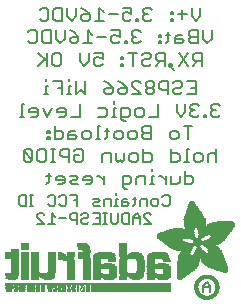
<source format=gbr>
G04 EAGLE Gerber RS-274X export*
G75*
%MOMM*%
%FSLAX34Y34*%
%LPD*%
%INSilkscreen Bottom*%
%IPPOS*%
%AMOC8*
5,1,8,0,0,1.08239X$1,22.5*%
G01*
%ADD10C,0.152400*%
%ADD11C,0.127000*%
%ADD12R,6.839700X0.016800*%
%ADD13R,0.268300X0.016800*%
%ADD14R,0.268200X0.016800*%
%ADD15R,0.251500X0.016800*%
%ADD16R,0.301800X0.016800*%
%ADD17R,0.251400X0.016800*%
%ADD18R,0.285000X0.016800*%
%ADD19R,0.301700X0.016800*%
%ADD20R,0.419100X0.016800*%
%ADD21R,0.318500X0.016800*%
%ADD22R,0.586700X0.016800*%
%ADD23R,0.586800X0.016800*%
%ADD24R,6.839700X0.016700*%
%ADD25R,0.268300X0.016700*%
%ADD26R,0.251400X0.016700*%
%ADD27R,0.251500X0.016700*%
%ADD28R,0.301800X0.016700*%
%ADD29R,0.285000X0.016700*%
%ADD30R,0.301700X0.016700*%
%ADD31R,0.419100X0.016700*%
%ADD32R,0.318500X0.016700*%
%ADD33R,0.586700X0.016700*%
%ADD34R,0.586800X0.016700*%
%ADD35R,0.318600X0.016800*%
%ADD36R,0.569900X0.016800*%
%ADD37R,0.335300X0.016800*%
%ADD38R,0.234700X0.016800*%
%ADD39R,0.234700X0.016700*%
%ADD40R,0.016700X0.016700*%
%ADD41R,0.318600X0.016700*%
%ADD42R,0.569900X0.016700*%
%ADD43R,0.335300X0.016700*%
%ADD44R,0.217900X0.016800*%
%ADD45R,0.033500X0.016800*%
%ADD46R,0.570000X0.016800*%
%ADD47R,0.201100X0.016700*%
%ADD48R,0.050300X0.016700*%
%ADD49R,0.670500X0.016700*%
%ADD50R,1.005800X0.016700*%
%ADD51R,0.570000X0.016700*%
%ADD52R,0.201100X0.016800*%
%ADD53R,0.067000X0.016800*%
%ADD54R,0.670500X0.016800*%
%ADD55R,1.005800X0.016800*%
%ADD56R,0.184400X0.016800*%
%ADD57R,0.989000X0.016800*%
%ADD58R,0.184400X0.016700*%
%ADD59R,0.067000X0.016700*%
%ADD60R,0.989000X0.016700*%
%ADD61R,0.167600X0.016800*%
%ADD62R,0.083800X0.016800*%
%ADD63R,0.637000X0.016800*%
%ADD64R,0.955500X0.016800*%
%ADD65R,0.150800X0.016800*%
%ADD66R,0.100600X0.016800*%
%ADD67R,0.536400X0.016800*%
%ADD68R,0.854900X0.016800*%
%ADD69R,0.150800X0.016700*%
%ADD70R,0.100600X0.016700*%
%ADD71R,0.352000X0.016700*%
%ADD72R,0.435900X0.016700*%
%ADD73R,0.402400X0.016700*%
%ADD74R,0.368800X0.016700*%
%ADD75R,0.134100X0.016800*%
%ADD76R,0.117300X0.016800*%
%ADD77R,0.435900X0.016800*%
%ADD78R,0.368900X0.016800*%
%ADD79R,0.603500X0.016800*%
%ADD80R,0.134100X0.016700*%
%ADD81R,0.117300X0.016700*%
%ADD82R,0.452600X0.016700*%
%ADD83R,0.620300X0.016700*%
%ADD84R,0.284900X0.016800*%
%ADD85R,0.486200X0.016800*%
%ADD86R,0.653800X0.016800*%
%ADD87R,0.804700X0.016800*%
%ADD88R,0.150900X0.016700*%
%ADD89R,0.268200X0.016700*%
%ADD90R,0.737600X0.016700*%
%ADD91R,0.603500X0.016700*%
%ADD92R,0.922000X0.016700*%
%ADD93R,0.150900X0.016800*%
%ADD94R,0.821400X0.016800*%
%ADD95R,0.972300X0.016800*%
%ADD96R,0.989100X0.016800*%
%ADD97R,0.083800X0.016700*%
%ADD98R,0.167600X0.016700*%
%ADD99R,0.821400X0.016700*%
%ADD100R,0.989100X0.016700*%
%ADD101R,0.201200X0.016700*%
%ADD102R,0.050300X0.016800*%
%ADD103R,0.201200X0.016800*%
%ADD104R,0.217900X0.016700*%
%ADD105R,0.284900X0.016700*%
%ADD106R,0.352100X0.016800*%
%ADD107R,0.620300X0.016800*%
%ADD108R,0.385600X0.016800*%
%ADD109R,0.335200X0.016800*%
%ADD110R,0.385600X0.016700*%
%ADD111R,0.687400X0.016700*%
%ADD112R,13.998000X0.016800*%
%ADD113R,13.998000X0.016700*%
%ADD114R,0.637000X0.016700*%
%ADD115R,0.486100X0.016700*%
%ADD116R,0.637100X0.016700*%
%ADD117R,0.519700X0.016700*%
%ADD118R,0.536500X0.016700*%
%ADD119R,0.787900X0.016800*%
%ADD120R,0.687400X0.016800*%
%ADD121R,0.771200X0.016800*%
%ADD122R,0.637100X0.016800*%
%ADD123R,0.720800X0.016800*%
%ADD124R,0.704100X0.016800*%
%ADD125R,0.754400X0.016800*%
%ADD126R,0.838200X0.016700*%
%ADD127R,0.871800X0.016700*%
%ADD128R,0.871700X0.016700*%
%ADD129R,0.402400X0.016800*%
%ADD130R,0.922100X0.016800*%
%ADD131R,0.938800X0.016800*%
%ADD132R,0.938800X0.016700*%
%ADD133R,1.022600X0.016700*%
%ADD134R,0.972400X0.016700*%
%ADD135R,0.972300X0.016700*%
%ADD136R,0.469400X0.016800*%
%ADD137R,1.072900X0.016800*%
%ADD138R,1.022600X0.016800*%
%ADD139R,1.005900X0.016800*%
%ADD140R,0.502900X0.016800*%
%ADD141R,1.123200X0.016800*%
%ADD142R,1.056200X0.016800*%
%ADD143R,1.123100X0.016800*%
%ADD144R,1.139900X0.016700*%
%ADD145R,1.089600X0.016700*%
%ADD146R,0.553200X0.016800*%
%ADD147R,1.190200X0.016800*%
%ADD148R,1.190300X0.016800*%
%ADD149R,1.039400X0.016800*%
%ADD150R,1.223700X0.016800*%
%ADD151R,1.173500X0.016800*%
%ADD152R,1.223800X0.016800*%
%ADD153R,1.240500X0.016700*%
%ADD154R,1.173500X0.016700*%
%ADD155R,1.240600X0.016700*%
%ADD156R,1.190300X0.016700*%
%ADD157R,1.056200X0.016700*%
%ADD158R,1.274100X0.016800*%
%ADD159R,1.274000X0.016800*%
%ADD160R,1.307600X0.016800*%
%ADD161R,1.257300X0.016800*%
%ADD162R,1.324400X0.016800*%
%ADD163R,0.687300X0.016700*%
%ADD164R,1.324400X0.016700*%
%ADD165R,1.307500X0.016700*%
%ADD166R,1.274100X0.016700*%
%ADD167R,1.072900X0.016700*%
%ADD168R,2.011600X0.016800*%
%ADD169R,1.324300X0.016800*%
%ADD170R,1.978100X0.016800*%
%ADD171R,2.011600X0.016700*%
%ADD172R,1.357900X0.016700*%
%ADD173R,1.994900X0.016700*%
%ADD174R,1.341200X0.016700*%
%ADD175R,1.089700X0.016700*%
%ADD176R,0.754300X0.016800*%
%ADD177R,1.994900X0.016800*%
%ADD178R,1.995000X0.016800*%
%ADD179R,1.089700X0.016800*%
%ADD180R,0.787900X0.016700*%
%ADD181R,1.995000X0.016700*%
%ADD182R,2.028400X0.016800*%
%ADD183R,2.011700X0.016800*%
%ADD184R,1.106500X0.016800*%
%ADD185R,2.028400X0.016700*%
%ADD186R,2.011700X0.016700*%
%ADD187R,1.106500X0.016700*%
%ADD188R,0.888400X0.016800*%
%ADD189R,0.922000X0.016800*%
%ADD190R,0.938700X0.016700*%
%ADD191R,2.045200X0.016800*%
%ADD192R,0.938700X0.016800*%
%ADD193R,0.670600X0.016700*%
%ADD194R,0.888500X0.016700*%
%ADD195R,2.045200X0.016700*%
%ADD196R,0.888400X0.016700*%
%ADD197R,0.804600X0.016800*%
%ADD198R,2.028500X0.016800*%
%ADD199R,1.056100X0.016700*%
%ADD200R,0.771100X0.016700*%
%ADD201R,0.754300X0.016700*%
%ADD202R,2.028500X0.016700*%
%ADD203R,0.737700X0.016700*%
%ADD204R,1.072800X0.016800*%
%ADD205R,0.871700X0.016800*%
%ADD206R,0.737600X0.016800*%
%ADD207R,0.871800X0.016800*%
%ADD208R,1.089600X0.016800*%
%ADD209R,0.704000X0.016800*%
%ADD210R,0.687300X0.016800*%
%ADD211R,0.670600X0.016800*%
%ADD212R,1.123100X0.016700*%
%ADD213R,0.720800X0.016700*%
%ADD214R,0.653700X0.016700*%
%ADD215R,0.653800X0.016700*%
%ADD216R,1.139900X0.016800*%
%ADD217R,1.173400X0.016800*%
%ADD218R,1.190200X0.016700*%
%ADD219R,1.207000X0.016800*%
%ADD220R,1.240500X0.016800*%
%ADD221R,0.469400X0.016700*%
%ADD222R,1.274000X0.016700*%
%ADD223R,0.519600X0.016800*%
%ADD224R,1.341100X0.016800*%
%ADD225R,0.771200X0.016700*%
%ADD226R,1.374600X0.016700*%
%ADD227R,0.838200X0.016800*%
%ADD228R,1.391400X0.016800*%
%ADD229R,1.424900X0.016800*%
%ADD230R,1.441700X0.016700*%
%ADD231R,1.475200X0.016800*%
%ADD232R,1.491900X0.016700*%
%ADD233R,1.525500X0.016800*%
%ADD234R,1.559000X0.016700*%
%ADD235R,1.575800X0.016800*%
%ADD236R,1.307600X0.016700*%
%ADD237R,1.592500X0.016700*%
%ADD238R,1.374700X0.016800*%
%ADD239R,1.609300X0.016800*%
%ADD240R,1.408200X0.016800*%
%ADD241R,1.626100X0.016800*%
%ADD242R,1.626100X0.016700*%
%ADD243R,1.508800X0.016800*%
%ADD244R,1.659600X0.016800*%
%ADD245R,1.559000X0.016800*%
%ADD246R,1.676400X0.016800*%
%ADD247R,1.575800X0.016700*%
%ADD248R,1.676400X0.016700*%
%ADD249R,1.978100X0.016700*%
%ADD250R,1.693100X0.016800*%
%ADD251R,1.642800X0.016800*%
%ADD252R,1.709900X0.016800*%
%ADD253R,1.961300X0.016800*%
%ADD254R,1.726600X0.016700*%
%ADD255R,1.961300X0.016700*%
%ADD256R,1.693200X0.016800*%
%ADD257R,1.726600X0.016800*%
%ADD258R,1.944600X0.016800*%
%ADD259R,1.726700X0.016700*%
%ADD260R,1.743400X0.016700*%
%ADD261R,1.944600X0.016700*%
%ADD262R,1.726700X0.016800*%
%ADD263R,1.760200X0.016800*%
%ADD264R,1.927800X0.016800*%
%ADD265R,1.911000X0.016800*%
%ADD266R,1.793700X0.016700*%
%ADD267R,1.776900X0.016700*%
%ADD268R,1.911100X0.016700*%
%ADD269R,1.894300X0.016700*%
%ADD270R,1.793800X0.016800*%
%ADD271R,1.776900X0.016800*%
%ADD272R,1.911100X0.016800*%
%ADD273R,1.894300X0.016800*%
%ADD274R,1.827300X0.016800*%
%ADD275R,1.810500X0.016800*%
%ADD276R,1.877500X0.016800*%
%ADD277R,1.844100X0.016700*%
%ADD278R,1.810500X0.016700*%
%ADD279R,1.860800X0.016700*%
%ADD280R,1.844000X0.016700*%
%ADD281R,1.860900X0.016800*%
%ADD282R,1.844000X0.016800*%
%ADD283R,1.827200X0.016800*%
%ADD284R,1.860800X0.016800*%
%ADD285R,1.793700X0.016800*%
%ADD286R,1.877600X0.016700*%
%ADD287R,1.827200X0.016700*%
%ADD288R,1.927800X0.016700*%
%ADD289R,1.927900X0.016800*%
%ADD290R,1.944700X0.016700*%
%ADD291R,1.877500X0.016700*%
%ADD292R,1.961400X0.016800*%
%ADD293R,1.961400X0.016700*%
%ADD294R,1.978200X0.016800*%
%ADD295R,1.911000X0.016700*%
%ADD296R,0.620200X0.016800*%
%ADD297R,1.425000X0.016800*%
%ADD298R,0.620200X0.016700*%
%ADD299R,1.425000X0.016700*%
%ADD300R,0.653700X0.016800*%
%ADD301R,0.704100X0.016700*%
%ADD302R,0.804700X0.016700*%
%ADD303R,0.905200X0.016800*%
%ADD304R,1.894400X0.016800*%
%ADD305R,1.927900X0.016700*%
%ADD306R,1.877600X0.016800*%
%ADD307R,3.889300X0.016800*%
%ADD308R,3.872500X0.016700*%
%ADD309R,3.872500X0.016800*%
%ADD310R,3.855700X0.016700*%
%ADD311R,0.754400X0.016700*%
%ADD312R,3.855700X0.016800*%
%ADD313R,3.839000X0.016800*%
%ADD314R,0.720900X0.016800*%
%ADD315R,3.822200X0.016700*%
%ADD316R,2.715700X0.016800*%
%ADD317R,2.632000X0.016800*%
%ADD318R,1.290800X0.016800*%
%ADD319R,2.615200X0.016700*%
%ADD320R,1.257300X0.016700*%
%ADD321R,2.581700X0.016800*%
%ADD322R,1.240600X0.016800*%
%ADD323R,2.564900X0.016800*%
%ADD324R,1.760300X0.016800*%
%ADD325R,2.531400X0.016700*%
%ADD326R,1.156700X0.016700*%
%ADD327R,2.514600X0.016800*%
%ADD328R,0.955600X0.016800*%
%ADD329R,2.497800X0.016800*%
%ADD330R,1.659700X0.016800*%
%ADD331R,2.464300X0.016700*%
%ADD332R,1.039300X0.016700*%
%ADD333R,2.447500X0.016800*%
%ADD334R,1.592500X0.016800*%
%ADD335R,0.536500X0.016800*%
%ADD336R,2.430800X0.016700*%
%ADD337R,1.559100X0.016700*%
%ADD338R,1.542300X0.016700*%
%ADD339R,0.502900X0.016700*%
%ADD340R,2.414000X0.016800*%
%ADD341R,0.905300X0.016800*%
%ADD342R,1.508700X0.016800*%
%ADD343R,0.888500X0.016800*%
%ADD344R,2.397300X0.016800*%
%ADD345R,1.441700X0.016800*%
%ADD346R,0.452700X0.016800*%
%ADD347R,1.290900X0.016700*%
%ADD348R,1.156700X0.016800*%
%ADD349R,0.855000X0.016800*%
%ADD350R,1.123200X0.016700*%
%ADD351R,0.720900X0.016700*%
%ADD352R,1.106400X0.016800*%
%ADD353R,1.106400X0.016700*%
%ADD354R,0.771100X0.016800*%
%ADD355R,0.435800X0.016700*%
%ADD356R,1.592600X0.016700*%
%ADD357R,0.435800X0.016800*%
%ADD358R,1.642900X0.016800*%
%ADD359R,0.402300X0.016800*%
%ADD360R,1.793800X0.016700*%
%ADD361R,0.368800X0.016800*%
%ADD362R,1.056100X0.016800*%
%ADD363R,1.039400X0.016700*%
%ADD364R,2.078800X0.016800*%
%ADD365R,0.335200X0.016700*%
%ADD366R,2.145800X0.016700*%
%ADD367R,2.162600X0.016800*%
%ADD368R,0.352000X0.016800*%
%ADD369R,2.212800X0.016800*%
%ADD370R,2.279900X0.016700*%
%ADD371R,2.330200X0.016800*%
%ADD372R,2.799500X0.016800*%
%ADD373R,2.816300X0.016700*%
%ADD374R,0.955500X0.016700*%
%ADD375R,2.849900X0.016800*%
%ADD376R,2.916900X0.016800*%
%ADD377R,4.224500X0.016700*%
%ADD378R,4.291600X0.016800*%
%ADD379R,4.409000X0.016800*%
%ADD380R,4.509500X0.016700*%
%ADD381R,4.526300X0.016800*%
%ADD382R,4.626800X0.016700*%
%ADD383R,4.693900X0.016800*%
%ADD384R,4.727400X0.016800*%
%ADD385R,2.548200X0.016700*%
%ADD386R,2.179300X0.016700*%
%ADD387R,2.430800X0.016800*%
%ADD388R,2.414000X0.016700*%
%ADD389R,2.414100X0.016800*%
%ADD390R,2.430700X0.016700*%
%ADD391R,2.447600X0.016700*%
%ADD392R,1.559100X0.016800*%
%ADD393R,1.525500X0.016700*%
%ADD394R,1.492000X0.016800*%
%ADD395R,1.491900X0.016800*%
%ADD396R,1.458500X0.016700*%
%ADD397R,2.061900X0.016800*%
%ADD398R,1.408100X0.016700*%
%ADD399R,0.905200X0.016700*%
%ADD400R,2.112300X0.016700*%
%ADD401R,2.179300X0.016800*%
%ADD402R,1.408200X0.016700*%
%ADD403R,2.212900X0.016700*%
%ADD404R,1.140000X0.016800*%
%ADD405R,3.319300X0.016800*%
%ADD406R,1.374700X0.016700*%
%ADD407R,0.402300X0.016700*%
%ADD408R,3.302500X0.016700*%
%ADD409R,3.285700X0.016800*%
%ADD410R,1.357900X0.016800*%
%ADD411R,3.269000X0.016800*%
%ADD412R,3.285800X0.016700*%
%ADD413R,3.268900X0.016800*%
%ADD414R,0.452700X0.016700*%
%ADD415R,3.268900X0.016700*%
%ADD416R,1.391400X0.016700*%
%ADD417R,3.269000X0.016700*%
%ADD418R,1.374600X0.016800*%
%ADD419R,0.519700X0.016800*%
%ADD420R,3.252200X0.016800*%
%ADD421R,3.235400X0.016800*%
%ADD422R,3.235400X0.016700*%
%ADD423R,3.218600X0.016800*%
%ADD424R,3.201900X0.016800*%
%ADD425R,3.201900X0.016700*%
%ADD426R,1.458500X0.016800*%
%ADD427R,1.525600X0.016800*%
%ADD428R,3.185100X0.016800*%
%ADD429R,2.531300X0.016700*%
%ADD430R,3.168400X0.016700*%
%ADD431R,2.531300X0.016800*%
%ADD432R,3.151600X0.016800*%
%ADD433R,2.548100X0.016800*%
%ADD434R,3.134900X0.016800*%
%ADD435R,2.564900X0.016700*%
%ADD436R,3.118100X0.016700*%
%ADD437R,2.581600X0.016800*%
%ADD438R,3.101400X0.016800*%
%ADD439R,2.598400X0.016700*%
%ADD440R,3.067900X0.016700*%
%ADD441R,2.598400X0.016800*%
%ADD442R,3.034300X0.016800*%
%ADD443R,2.615100X0.016800*%
%ADD444R,3.000800X0.016800*%
%ADD445R,2.631900X0.016700*%
%ADD446R,2.950500X0.016700*%
%ADD447R,2.648700X0.016800*%
%ADD448R,2.900200X0.016800*%
%ADD449R,2.665500X0.016800*%
%ADD450R,2.682200X0.016700*%
%ADD451R,2.799600X0.016700*%
%ADD452R,2.699000X0.016800*%
%ADD453R,2.732500X0.016800*%
%ADD454R,2.749300X0.016700*%
%ADD455R,2.632000X0.016700*%
%ADD456R,2.749300X0.016800*%
%ADD457R,2.766100X0.016700*%
%ADD458R,2.766100X0.016800*%
%ADD459R,2.481100X0.016800*%
%ADD460R,2.782900X0.016800*%
%ADD461R,2.380500X0.016700*%
%ADD462R,2.833100X0.016800*%
%ADD463R,1.592600X0.016800*%
%ADD464R,2.849900X0.016700*%
%ADD465R,2.883400X0.016800*%
%ADD466R,2.917000X0.016700*%
%ADD467R,2.933700X0.016800*%
%ADD468R,2.967200X0.016800*%
%ADD469R,2.967200X0.016700*%
%ADD470R,3.017500X0.016700*%
%ADD471R,3.051000X0.016800*%
%ADD472R,0.788000X0.016800*%
%ADD473R,3.084600X0.016800*%
%ADD474R,2.397300X0.016700*%
%ADD475R,2.397200X0.016800*%
%ADD476R,1.760200X0.016700*%
%ADD477R,2.397200X0.016700*%
%ADD478R,1.827300X0.016700*%
%ADD479R,2.380500X0.016800*%
%ADD480R,2.363700X0.016800*%
%ADD481R,2.363700X0.016700*%
%ADD482R,2.346900X0.016800*%
%ADD483R,2.296600X0.016700*%
%ADD484R,2.279900X0.016800*%
%ADD485R,2.246300X0.016800*%
%ADD486R,2.229600X0.016700*%
%ADD487R,2.129100X0.016800*%
%ADD488R,2.112300X0.016800*%
%ADD489R,1.609300X0.016700*%
%ADD490R,1.743400X0.016800*%
%ADD491R,1.693100X0.016700*%
%ADD492R,1.659700X0.016700*%
%ADD493R,1.575900X0.016800*%
%ADD494R,1.575900X0.016700*%
%ADD495R,1.475200X0.016700*%
%ADD496R,1.324300X0.016700*%
%ADD497R,1.290800X0.016700*%
%ADD498R,1.207000X0.016700*%
%ADD499R,0.854900X0.016700*%
%ADD500R,0.821500X0.016700*%
%ADD501R,0.821500X0.016800*%
%ADD502R,0.218000X0.016800*%
%ADD503C,0.304800*%
%ADD504C,0.203200*%


D10*
X195132Y287538D02*
X195132Y280081D01*
X191403Y276352D01*
X187675Y280081D01*
X187675Y287538D01*
X183438Y281945D02*
X175981Y281945D01*
X179710Y285673D02*
X179710Y278216D01*
X171744Y283809D02*
X169880Y283809D01*
X169880Y281945D01*
X171744Y281945D01*
X171744Y283809D01*
X171744Y278216D02*
X169880Y278216D01*
X169880Y276352D01*
X171744Y276352D01*
X171744Y278216D01*
X154203Y285673D02*
X152339Y287538D01*
X148610Y287538D01*
X146746Y285673D01*
X146746Y283809D01*
X148610Y281945D01*
X150475Y281945D01*
X148610Y281945D02*
X146746Y280081D01*
X146746Y278216D01*
X148610Y276352D01*
X152339Y276352D01*
X154203Y278216D01*
X142509Y278216D02*
X142509Y276352D01*
X142509Y278216D02*
X140645Y278216D01*
X140645Y276352D01*
X142509Y276352D01*
X136662Y287538D02*
X129205Y287538D01*
X136662Y287538D02*
X136662Y281945D01*
X132934Y283809D01*
X131069Y283809D01*
X129205Y281945D01*
X129205Y278216D01*
X131069Y276352D01*
X134798Y276352D01*
X136662Y278216D01*
X124968Y281945D02*
X117511Y281945D01*
X113274Y283809D02*
X109546Y287538D01*
X109546Y276352D01*
X113274Y276352D02*
X105817Y276352D01*
X97852Y285673D02*
X94123Y287538D01*
X97852Y285673D02*
X101580Y281945D01*
X101580Y278216D01*
X99716Y276352D01*
X95988Y276352D01*
X94123Y278216D01*
X94123Y280081D01*
X95988Y281945D01*
X101580Y281945D01*
X89886Y280081D02*
X89886Y287538D01*
X89886Y280081D02*
X86158Y276352D01*
X82429Y280081D01*
X82429Y287538D01*
X78192Y287538D02*
X78192Y276352D01*
X72600Y276352D01*
X70735Y278216D01*
X70735Y285673D01*
X72600Y287538D01*
X78192Y287538D01*
X60906Y287538D02*
X59041Y285673D01*
X60906Y287538D02*
X64634Y287538D01*
X66498Y285673D01*
X66498Y278216D01*
X64634Y276352D01*
X60906Y276352D01*
X59041Y278216D01*
X204877Y268488D02*
X204877Y261031D01*
X201148Y257302D01*
X197420Y261031D01*
X197420Y268488D01*
X193183Y268488D02*
X193183Y257302D01*
X193183Y268488D02*
X187590Y268488D01*
X185726Y266623D01*
X185726Y264759D01*
X187590Y262895D01*
X185726Y261031D01*
X185726Y259166D01*
X187590Y257302D01*
X193183Y257302D01*
X193183Y262895D02*
X187590Y262895D01*
X179625Y264759D02*
X175896Y264759D01*
X174032Y262895D01*
X174032Y257302D01*
X179625Y257302D01*
X181489Y259166D01*
X179625Y261031D01*
X174032Y261031D01*
X167931Y259166D02*
X167931Y266623D01*
X167931Y259166D02*
X166067Y257302D01*
X166067Y264759D02*
X169795Y264759D01*
X161999Y264759D02*
X160135Y264759D01*
X160135Y262895D01*
X161999Y262895D01*
X161999Y264759D01*
X161999Y259166D02*
X160135Y259166D01*
X160135Y257302D01*
X161999Y257302D01*
X161999Y259166D01*
X144458Y266623D02*
X142594Y268488D01*
X138865Y268488D01*
X137001Y266623D01*
X137001Y264759D01*
X138865Y262895D01*
X140730Y262895D01*
X138865Y262895D02*
X137001Y261031D01*
X137001Y259166D01*
X138865Y257302D01*
X142594Y257302D01*
X144458Y259166D01*
X132764Y259166D02*
X132764Y257302D01*
X132764Y259166D02*
X130900Y259166D01*
X130900Y257302D01*
X132764Y257302D01*
X126917Y268488D02*
X119460Y268488D01*
X126917Y268488D02*
X126917Y262895D01*
X123189Y264759D01*
X121324Y264759D01*
X119460Y262895D01*
X119460Y259166D01*
X121324Y257302D01*
X125053Y257302D01*
X126917Y259166D01*
X115223Y262895D02*
X107766Y262895D01*
X103529Y264759D02*
X99801Y268488D01*
X99801Y257302D01*
X103529Y257302D02*
X96072Y257302D01*
X88107Y266623D02*
X84378Y268488D01*
X88107Y266623D02*
X91835Y262895D01*
X91835Y259166D01*
X89971Y257302D01*
X86243Y257302D01*
X84378Y259166D01*
X84378Y261031D01*
X86243Y262895D01*
X91835Y262895D01*
X80141Y261031D02*
X80141Y268488D01*
X80141Y261031D02*
X76413Y257302D01*
X72684Y261031D01*
X72684Y268488D01*
X68447Y268488D02*
X68447Y257302D01*
X62855Y257302D01*
X60990Y259166D01*
X60990Y266623D01*
X62855Y268488D01*
X68447Y268488D01*
X51161Y268488D02*
X49296Y266623D01*
X51161Y268488D02*
X54889Y268488D01*
X56753Y266623D01*
X56753Y259166D01*
X54889Y257302D01*
X51161Y257302D01*
X49296Y259166D01*
X196106Y249438D02*
X196106Y238252D01*
X196106Y249438D02*
X190514Y249438D01*
X188649Y247573D01*
X188649Y243845D01*
X190514Y241981D01*
X196106Y241981D01*
X192378Y241981D02*
X188649Y238252D01*
X176955Y238252D02*
X184412Y249438D01*
X176955Y249438D02*
X184412Y238252D01*
X172719Y234524D02*
X168990Y238252D01*
X168990Y240116D01*
X170854Y240116D01*
X170854Y238252D01*
X168990Y238252D01*
X164923Y238252D02*
X164923Y249438D01*
X159330Y249438D01*
X157466Y247573D01*
X157466Y243845D01*
X159330Y241981D01*
X164923Y241981D01*
X161194Y241981D02*
X157466Y238252D01*
X147636Y249438D02*
X145772Y247573D01*
X147636Y249438D02*
X151364Y249438D01*
X153229Y247573D01*
X153229Y245709D01*
X151364Y243845D01*
X147636Y243845D01*
X145772Y241981D01*
X145772Y240116D01*
X147636Y238252D01*
X151364Y238252D01*
X153229Y240116D01*
X137806Y238252D02*
X137806Y249438D01*
X134078Y249438D02*
X141535Y249438D01*
X129841Y245709D02*
X127976Y245709D01*
X127976Y243845D01*
X129841Y243845D01*
X129841Y245709D01*
X129841Y240116D02*
X127976Y240116D01*
X127976Y238252D01*
X129841Y238252D01*
X129841Y240116D01*
X112300Y249438D02*
X104843Y249438D01*
X112300Y249438D02*
X112300Y243845D01*
X108571Y245709D01*
X106707Y245709D01*
X104843Y243845D01*
X104843Y240116D01*
X106707Y238252D01*
X110435Y238252D01*
X112300Y240116D01*
X100606Y241981D02*
X100606Y249438D01*
X100606Y241981D02*
X96877Y238252D01*
X93149Y241981D01*
X93149Y249438D01*
X75354Y249438D02*
X71625Y249438D01*
X75354Y249438D02*
X77218Y247573D01*
X77218Y240116D01*
X75354Y238252D01*
X71625Y238252D01*
X69761Y240116D01*
X69761Y247573D01*
X71625Y249438D01*
X65524Y249438D02*
X65524Y238252D01*
X65524Y241981D02*
X58067Y249438D01*
X63660Y243845D02*
X58067Y238252D01*
X183777Y225308D02*
X191234Y225308D01*
X191234Y214122D01*
X183777Y214122D01*
X187505Y219715D02*
X191234Y219715D01*
X173947Y225308D02*
X172083Y223443D01*
X173947Y225308D02*
X177676Y225308D01*
X179540Y223443D01*
X179540Y221579D01*
X177676Y219715D01*
X173947Y219715D01*
X172083Y217851D01*
X172083Y215986D01*
X173947Y214122D01*
X177676Y214122D01*
X179540Y215986D01*
X167846Y214122D02*
X167846Y225308D01*
X162253Y225308D01*
X160389Y223443D01*
X160389Y219715D01*
X162253Y217851D01*
X167846Y217851D01*
X156152Y223443D02*
X154288Y225308D01*
X150559Y225308D01*
X148695Y223443D01*
X148695Y221579D01*
X150559Y219715D01*
X148695Y217851D01*
X148695Y215986D01*
X150559Y214122D01*
X154288Y214122D01*
X156152Y215986D01*
X156152Y217851D01*
X154288Y219715D01*
X156152Y221579D01*
X156152Y223443D01*
X154288Y219715D02*
X150559Y219715D01*
X144458Y214122D02*
X137001Y214122D01*
X144458Y214122D02*
X137001Y221579D01*
X137001Y223443D01*
X138865Y225308D01*
X142594Y225308D01*
X144458Y223443D01*
X129036Y223443D02*
X125307Y225308D01*
X129036Y223443D02*
X132764Y219715D01*
X132764Y215986D01*
X130900Y214122D01*
X127171Y214122D01*
X125307Y215986D01*
X125307Y217851D01*
X127171Y219715D01*
X132764Y219715D01*
X117342Y223443D02*
X113613Y225308D01*
X117342Y223443D02*
X121070Y219715D01*
X121070Y215986D01*
X119206Y214122D01*
X115477Y214122D01*
X113613Y215986D01*
X113613Y217851D01*
X115477Y219715D01*
X121070Y219715D01*
X97682Y225308D02*
X97682Y214122D01*
X93954Y217851D01*
X90225Y214122D01*
X90225Y225308D01*
X85988Y221579D02*
X84124Y221579D01*
X84124Y214122D01*
X85988Y214122D02*
X82260Y214122D01*
X84124Y225308D02*
X84124Y227172D01*
X78192Y225308D02*
X78192Y214122D01*
X78192Y225308D02*
X70735Y225308D01*
X74464Y219715D02*
X78192Y219715D01*
X66498Y221579D02*
X64634Y221579D01*
X64634Y214122D01*
X66498Y214122D02*
X62770Y214122D01*
X64634Y225308D02*
X64634Y227172D01*
X209834Y206258D02*
X211698Y204393D01*
X209834Y206258D02*
X206106Y206258D01*
X204241Y204393D01*
X204241Y202529D01*
X206106Y200665D01*
X207970Y200665D01*
X206106Y200665D02*
X204241Y198801D01*
X204241Y196936D01*
X206106Y195072D01*
X209834Y195072D01*
X211698Y196936D01*
X200004Y196936D02*
X200004Y195072D01*
X200004Y196936D02*
X198140Y196936D01*
X198140Y195072D01*
X200004Y195072D01*
X194158Y204393D02*
X192293Y206258D01*
X188565Y206258D01*
X186700Y204393D01*
X186700Y202529D01*
X188565Y200665D01*
X190429Y200665D01*
X188565Y200665D02*
X186700Y198801D01*
X186700Y196936D01*
X188565Y195072D01*
X192293Y195072D01*
X194158Y196936D01*
X182464Y198801D02*
X182464Y206258D01*
X182464Y198801D02*
X178735Y195072D01*
X175007Y198801D01*
X175007Y206258D01*
X159076Y206258D02*
X159076Y195072D01*
X151619Y195072D01*
X145517Y195072D02*
X141789Y195072D01*
X139925Y196936D01*
X139925Y200665D01*
X141789Y202529D01*
X145517Y202529D01*
X147382Y200665D01*
X147382Y196936D01*
X145517Y195072D01*
X131959Y191344D02*
X130095Y191344D01*
X128231Y193208D01*
X128231Y202529D01*
X133823Y202529D01*
X135688Y200665D01*
X135688Y196936D01*
X133823Y195072D01*
X128231Y195072D01*
X123994Y202529D02*
X122129Y202529D01*
X122129Y195072D01*
X120265Y195072D02*
X123994Y195072D01*
X122129Y206258D02*
X122129Y208122D01*
X114333Y202529D02*
X108741Y202529D01*
X114333Y202529D02*
X116198Y200665D01*
X116198Y196936D01*
X114333Y195072D01*
X108741Y195072D01*
X92810Y195072D02*
X92810Y206258D01*
X92810Y195072D02*
X85353Y195072D01*
X79252Y195072D02*
X75523Y195072D01*
X79252Y195072D02*
X81116Y196936D01*
X81116Y200665D01*
X79252Y202529D01*
X75523Y202529D01*
X73659Y200665D01*
X73659Y198801D01*
X81116Y198801D01*
X69422Y202529D02*
X65693Y195072D01*
X61965Y202529D01*
X55864Y195072D02*
X52135Y195072D01*
X55864Y195072D02*
X57728Y196936D01*
X57728Y200665D01*
X55864Y202529D01*
X52135Y202529D01*
X50271Y200665D01*
X50271Y198801D01*
X57728Y198801D01*
X46034Y206258D02*
X44170Y206258D01*
X44170Y195072D01*
X46034Y195072D02*
X42305Y195072D01*
X184582Y187208D02*
X184582Y176022D01*
X188310Y187208D02*
X180853Y187208D01*
X174752Y176022D02*
X171024Y176022D01*
X169159Y177886D01*
X169159Y181615D01*
X171024Y183479D01*
X174752Y183479D01*
X176617Y181615D01*
X176617Y177886D01*
X174752Y176022D01*
X153229Y176022D02*
X153229Y187208D01*
X147636Y187208D01*
X145772Y185343D01*
X145772Y183479D01*
X147636Y181615D01*
X145772Y179751D01*
X145772Y177886D01*
X147636Y176022D01*
X153229Y176022D01*
X153229Y181615D02*
X147636Y181615D01*
X139670Y176022D02*
X135942Y176022D01*
X134078Y177886D01*
X134078Y181615D01*
X135942Y183479D01*
X139670Y183479D01*
X141535Y181615D01*
X141535Y177886D01*
X139670Y176022D01*
X127976Y176022D02*
X124248Y176022D01*
X122384Y177886D01*
X122384Y181615D01*
X124248Y183479D01*
X127976Y183479D01*
X129841Y181615D01*
X129841Y177886D01*
X127976Y176022D01*
X116282Y177886D02*
X116282Y185343D01*
X116282Y177886D02*
X114418Y176022D01*
X114418Y183479D02*
X118147Y183479D01*
X110351Y187208D02*
X108486Y187208D01*
X108486Y176022D01*
X106622Y176022D02*
X110351Y176022D01*
X100690Y176022D02*
X96962Y176022D01*
X95098Y177886D01*
X95098Y181615D01*
X96962Y183479D01*
X100690Y183479D01*
X102555Y181615D01*
X102555Y177886D01*
X100690Y176022D01*
X88997Y183479D02*
X85268Y183479D01*
X83404Y181615D01*
X83404Y176022D01*
X88997Y176022D01*
X90861Y177886D01*
X88997Y179751D01*
X83404Y179751D01*
X71710Y176022D02*
X71710Y187208D01*
X71710Y176022D02*
X77303Y176022D01*
X79167Y177886D01*
X79167Y181615D01*
X77303Y183479D01*
X71710Y183479D01*
X67473Y183479D02*
X65609Y183479D01*
X65609Y181615D01*
X67473Y181615D01*
X67473Y183479D01*
X67473Y177886D02*
X65609Y177886D01*
X65609Y176022D01*
X67473Y176022D01*
X67473Y177886D01*
X208775Y168158D02*
X208775Y156972D01*
X208775Y162565D02*
X206911Y164429D01*
X203182Y164429D01*
X201318Y162565D01*
X201318Y156972D01*
X195217Y156972D02*
X191488Y156972D01*
X189624Y158836D01*
X189624Y162565D01*
X191488Y164429D01*
X195217Y164429D01*
X197081Y162565D01*
X197081Y158836D01*
X195217Y156972D01*
X185387Y168158D02*
X183523Y168158D01*
X183523Y156972D01*
X185387Y156972D02*
X181659Y156972D01*
X170134Y156972D02*
X170134Y168158D01*
X170134Y156972D02*
X175727Y156972D01*
X177591Y158836D01*
X177591Y162565D01*
X175727Y164429D01*
X170134Y164429D01*
X146746Y168158D02*
X146746Y156972D01*
X152339Y156972D01*
X154203Y158836D01*
X154203Y162565D01*
X152339Y164429D01*
X146746Y164429D01*
X140645Y156972D02*
X136916Y156972D01*
X135052Y158836D01*
X135052Y162565D01*
X136916Y164429D01*
X140645Y164429D01*
X142509Y162565D01*
X142509Y158836D01*
X140645Y156972D01*
X130815Y158836D02*
X130815Y164429D01*
X130815Y158836D02*
X128951Y156972D01*
X127087Y158836D01*
X125222Y156972D01*
X123358Y158836D01*
X123358Y164429D01*
X119121Y164429D02*
X119121Y156972D01*
X119121Y164429D02*
X113528Y164429D01*
X111664Y162565D01*
X111664Y156972D01*
X90141Y168158D02*
X88276Y166293D01*
X90141Y168158D02*
X93869Y168158D01*
X95733Y166293D01*
X95733Y158836D01*
X93869Y156972D01*
X90141Y156972D01*
X88276Y158836D01*
X88276Y162565D01*
X92005Y162565D01*
X84039Y156972D02*
X84039Y168158D01*
X78447Y168158D01*
X76582Y166293D01*
X76582Y162565D01*
X78447Y160701D01*
X84039Y160701D01*
X72345Y156972D02*
X68617Y156972D01*
X70481Y156972D02*
X70481Y168158D01*
X72345Y168158D02*
X68617Y168158D01*
X62685Y168158D02*
X58957Y168158D01*
X62685Y168158D02*
X64549Y166293D01*
X64549Y158836D01*
X62685Y156972D01*
X58957Y156972D01*
X57092Y158836D01*
X57092Y166293D01*
X58957Y168158D01*
X52855Y166293D02*
X52855Y158836D01*
X52855Y166293D02*
X50991Y168158D01*
X47263Y168158D01*
X45398Y166293D01*
X45398Y158836D01*
X47263Y156972D01*
X50991Y156972D01*
X52855Y158836D01*
X45398Y166293D01*
X181828Y149108D02*
X181828Y137922D01*
X187421Y137922D01*
X189285Y139786D01*
X189285Y143515D01*
X187421Y145379D01*
X181828Y145379D01*
X177591Y145379D02*
X177591Y139786D01*
X175727Y137922D01*
X170134Y137922D01*
X170134Y145379D01*
X165897Y145379D02*
X165897Y137922D01*
X165897Y141651D02*
X162169Y145379D01*
X160304Y145379D01*
X156152Y145379D02*
X154288Y145379D01*
X154288Y137922D01*
X156152Y137922D02*
X152424Y137922D01*
X154288Y149108D02*
X154288Y150972D01*
X148356Y145379D02*
X148356Y137922D01*
X148356Y145379D02*
X142763Y145379D01*
X140899Y143515D01*
X140899Y137922D01*
X132934Y134194D02*
X131069Y134194D01*
X129205Y136058D01*
X129205Y145379D01*
X134798Y145379D01*
X136662Y143515D01*
X136662Y139786D01*
X134798Y137922D01*
X129205Y137922D01*
X113274Y137922D02*
X113274Y145379D01*
X113274Y141651D02*
X109546Y145379D01*
X107681Y145379D01*
X101665Y137922D02*
X97936Y137922D01*
X101665Y137922D02*
X103529Y139786D01*
X103529Y143515D01*
X101665Y145379D01*
X97936Y145379D01*
X96072Y143515D01*
X96072Y141651D01*
X103529Y141651D01*
X91835Y137922D02*
X86243Y137922D01*
X84378Y139786D01*
X86243Y141651D01*
X89971Y141651D01*
X91835Y143515D01*
X89971Y145379D01*
X84378Y145379D01*
X78277Y137922D02*
X74549Y137922D01*
X78277Y137922D02*
X80141Y139786D01*
X80141Y143515D01*
X78277Y145379D01*
X74549Y145379D01*
X72684Y143515D01*
X72684Y141651D01*
X80141Y141651D01*
X66583Y139786D02*
X66583Y147243D01*
X66583Y139786D02*
X64719Y137922D01*
X64719Y145379D02*
X68447Y145379D01*
D11*
X163060Y127430D02*
X164543Y128913D01*
X167508Y128913D01*
X168991Y127430D01*
X168991Y121498D01*
X167508Y120015D01*
X164543Y120015D01*
X163060Y121498D01*
X158153Y120015D02*
X155187Y120015D01*
X153704Y121498D01*
X153704Y124464D01*
X155187Y125947D01*
X158153Y125947D01*
X159636Y124464D01*
X159636Y121498D01*
X158153Y120015D01*
X150281Y120015D02*
X150281Y125947D01*
X145832Y125947D01*
X144349Y124464D01*
X144349Y120015D01*
X139443Y121498D02*
X139443Y127430D01*
X139443Y121498D02*
X137960Y120015D01*
X137960Y125947D02*
X140926Y125947D01*
X133206Y125947D02*
X130240Y125947D01*
X128757Y124464D01*
X128757Y120015D01*
X133206Y120015D01*
X134689Y121498D01*
X133206Y122981D01*
X128757Y122981D01*
X125334Y125947D02*
X123851Y125947D01*
X123851Y120015D01*
X125334Y120015D02*
X122368Y120015D01*
X123851Y128913D02*
X123851Y130396D01*
X119097Y125947D02*
X119097Y120015D01*
X119097Y125947D02*
X114648Y125947D01*
X113165Y124464D01*
X113165Y120015D01*
X109742Y120015D02*
X105293Y120015D01*
X103810Y121498D01*
X105293Y122981D01*
X108259Y122981D01*
X109742Y124464D01*
X108259Y125947D01*
X103810Y125947D01*
X91031Y128913D02*
X91031Y120015D01*
X91031Y128913D02*
X85100Y128913D01*
X88066Y124464D02*
X91031Y124464D01*
X77228Y128913D02*
X75745Y127430D01*
X77228Y128913D02*
X80193Y128913D01*
X81676Y127430D01*
X81676Y121498D01*
X80193Y120015D01*
X77228Y120015D01*
X75745Y121498D01*
X67872Y128913D02*
X66389Y127430D01*
X67872Y128913D02*
X70838Y128913D01*
X72321Y127430D01*
X72321Y121498D01*
X70838Y120015D01*
X67872Y120015D01*
X66389Y121498D01*
X53611Y120015D02*
X50645Y120015D01*
X52128Y120015D02*
X52128Y128913D01*
X53611Y128913D02*
X50645Y128913D01*
X47374Y128913D02*
X47374Y120015D01*
X42925Y120015D01*
X41442Y121498D01*
X41442Y127430D01*
X42925Y128913D01*
X47374Y128913D01*
X147468Y104775D02*
X153399Y104775D01*
X147468Y110707D01*
X147468Y112190D01*
X148951Y113673D01*
X151916Y113673D01*
X153399Y112190D01*
X144044Y110707D02*
X144044Y104775D01*
X144044Y110707D02*
X141078Y113673D01*
X138112Y110707D01*
X138112Y104775D01*
X138112Y109224D02*
X144044Y109224D01*
X134689Y113673D02*
X134689Y104775D01*
X130240Y104775D01*
X128757Y106258D01*
X128757Y112190D01*
X130240Y113673D01*
X134689Y113673D01*
X125334Y113673D02*
X125334Y106258D01*
X123851Y104775D01*
X120885Y104775D01*
X119402Y106258D01*
X119402Y113673D01*
X115979Y104775D02*
X113013Y104775D01*
X114496Y104775D02*
X114496Y113673D01*
X115979Y113673D02*
X113013Y113673D01*
X109742Y113673D02*
X103810Y113673D01*
X109742Y113673D02*
X109742Y104775D01*
X103810Y104775D01*
X106776Y109224D02*
X109742Y109224D01*
X95938Y113673D02*
X94455Y112190D01*
X95938Y113673D02*
X98904Y113673D01*
X100387Y112190D01*
X100387Y110707D01*
X98904Y109224D01*
X95938Y109224D01*
X94455Y107741D01*
X94455Y106258D01*
X95938Y104775D01*
X98904Y104775D01*
X100387Y106258D01*
X91031Y104775D02*
X91031Y113673D01*
X86583Y113673D01*
X85100Y112190D01*
X85100Y109224D01*
X86583Y107741D01*
X91031Y107741D01*
X81676Y109224D02*
X75745Y109224D01*
X72321Y110707D02*
X69355Y113673D01*
X69355Y104775D01*
X72321Y104775D02*
X66389Y104775D01*
X62966Y104775D02*
X57034Y104775D01*
X62966Y104775D02*
X57034Y110707D01*
X57034Y112190D01*
X58517Y113673D01*
X61483Y113673D01*
X62966Y112190D01*
D12*
X136122Y46990D03*
D13*
X99576Y46990D03*
D14*
X96055Y46990D03*
D15*
X91613Y46990D03*
D13*
X88009Y46990D03*
D16*
X83985Y46990D03*
D17*
X79878Y46990D03*
D18*
X76022Y46990D03*
D19*
X72083Y46990D03*
D20*
X67473Y46990D03*
X62276Y46990D03*
D21*
X57582Y46990D03*
D18*
X53558Y46990D03*
X49703Y46990D03*
D22*
X44171Y46990D03*
D19*
X38723Y46990D03*
D23*
X33274Y46990D03*
D24*
X136122Y47158D03*
D25*
X99576Y47158D03*
D26*
X96139Y47158D03*
D27*
X91613Y47158D03*
D28*
X87841Y47158D03*
D29*
X83901Y47158D03*
D30*
X79962Y47158D03*
D29*
X76022Y47158D03*
D30*
X72083Y47158D03*
D31*
X67473Y47158D03*
X62276Y47158D03*
D32*
X57582Y47158D03*
D29*
X53558Y47158D03*
X49703Y47158D03*
D33*
X44171Y47158D03*
D32*
X38807Y47158D03*
D34*
X33274Y47158D03*
D12*
X136122Y47325D03*
D13*
X99576Y47325D03*
D17*
X96139Y47325D03*
D15*
X91613Y47325D03*
D35*
X87757Y47325D03*
D13*
X83818Y47325D03*
D21*
X79878Y47325D03*
D18*
X76022Y47325D03*
D21*
X72167Y47325D03*
D20*
X67473Y47325D03*
X62276Y47325D03*
D21*
X57582Y47325D03*
D18*
X53558Y47325D03*
X49703Y47325D03*
D36*
X44255Y47325D03*
D37*
X38723Y47325D03*
D23*
X33274Y47325D03*
D12*
X136122Y47493D03*
D13*
X99576Y47493D03*
D38*
X96223Y47493D03*
D15*
X91613Y47493D03*
D35*
X87757Y47493D03*
D13*
X83818Y47493D03*
D21*
X79878Y47493D03*
D17*
X76022Y47493D03*
D21*
X72167Y47493D03*
D20*
X67473Y47493D03*
X62276Y47493D03*
D21*
X57582Y47493D03*
D18*
X53558Y47493D03*
X49703Y47493D03*
D36*
X44255Y47493D03*
D37*
X38723Y47493D03*
D23*
X33274Y47493D03*
D24*
X136122Y47661D03*
D25*
X99576Y47661D03*
D39*
X96223Y47661D03*
D40*
X93960Y47661D03*
D27*
X91613Y47661D03*
D41*
X87757Y47661D03*
D25*
X83818Y47661D03*
D32*
X79878Y47661D03*
D26*
X76022Y47661D03*
D32*
X72167Y47661D03*
D31*
X67473Y47661D03*
X62276Y47661D03*
D32*
X57582Y47661D03*
D29*
X53558Y47661D03*
X49703Y47661D03*
D42*
X44255Y47661D03*
D43*
X38723Y47661D03*
D34*
X33274Y47661D03*
D12*
X136122Y47828D03*
D13*
X99576Y47828D03*
D44*
X96307Y47828D03*
D45*
X94044Y47828D03*
D15*
X91613Y47828D03*
D35*
X87757Y47828D03*
D13*
X83818Y47828D03*
D21*
X79878Y47828D03*
D17*
X76022Y47828D03*
D21*
X72167Y47828D03*
D20*
X67473Y47828D03*
X62276Y47828D03*
D19*
X57666Y47828D03*
D18*
X53558Y47828D03*
X49703Y47828D03*
D36*
X44255Y47828D03*
D37*
X38723Y47828D03*
D46*
X33190Y47828D03*
D12*
X136122Y47996D03*
D13*
X99576Y47996D03*
D44*
X96307Y47996D03*
D45*
X94044Y47996D03*
D15*
X91613Y47996D03*
D35*
X87757Y47996D03*
D13*
X83818Y47996D03*
D21*
X79878Y47996D03*
D17*
X76022Y47996D03*
D21*
X72167Y47996D03*
D20*
X67473Y47996D03*
X62276Y47996D03*
D19*
X57666Y47996D03*
D18*
X53558Y47996D03*
X49703Y47996D03*
D36*
X44255Y47996D03*
D37*
X38723Y47996D03*
D46*
X33190Y47996D03*
D24*
X136122Y48164D03*
D25*
X99576Y48164D03*
D47*
X96391Y48164D03*
D48*
X94128Y48164D03*
D27*
X91613Y48164D03*
D41*
X87757Y48164D03*
D25*
X83818Y48164D03*
D32*
X79878Y48164D03*
D49*
X73927Y48164D03*
D31*
X67473Y48164D03*
X62276Y48164D03*
D30*
X57666Y48164D03*
D28*
X53642Y48164D03*
D29*
X49703Y48164D03*
D50*
X42075Y48164D03*
D51*
X33190Y48164D03*
D12*
X136122Y48331D03*
D13*
X99576Y48331D03*
D52*
X96391Y48331D03*
D53*
X94211Y48331D03*
D15*
X91613Y48331D03*
D35*
X87757Y48331D03*
D15*
X83734Y48331D03*
D21*
X79878Y48331D03*
D54*
X73927Y48331D03*
D20*
X67473Y48331D03*
X62276Y48331D03*
D19*
X57666Y48331D03*
D16*
X53642Y48331D03*
D18*
X49703Y48331D03*
D55*
X42075Y48331D03*
D23*
X33274Y48331D03*
D12*
X136122Y48499D03*
D13*
X99576Y48499D03*
D56*
X96474Y48499D03*
D53*
X94211Y48499D03*
D15*
X91613Y48499D03*
D37*
X87674Y48499D03*
D15*
X83734Y48499D03*
D21*
X79878Y48499D03*
D54*
X73927Y48499D03*
D20*
X67473Y48499D03*
X62276Y48499D03*
D19*
X57666Y48499D03*
D16*
X53642Y48499D03*
D18*
X49703Y48499D03*
D57*
X42159Y48499D03*
D23*
X33274Y48499D03*
D24*
X136122Y48667D03*
D25*
X99576Y48667D03*
D58*
X96474Y48667D03*
D59*
X94211Y48667D03*
D27*
X91613Y48667D03*
D43*
X87674Y48667D03*
D27*
X83734Y48667D03*
D32*
X79878Y48667D03*
D49*
X73927Y48667D03*
D31*
X67473Y48667D03*
X62276Y48667D03*
D29*
X57749Y48667D03*
D41*
X53726Y48667D03*
D29*
X49703Y48667D03*
D60*
X42159Y48667D03*
D34*
X33274Y48667D03*
D12*
X136122Y48834D03*
D13*
X99576Y48834D03*
D61*
X96558Y48834D03*
D62*
X94295Y48834D03*
D15*
X91613Y48834D03*
D37*
X87674Y48834D03*
D15*
X83734Y48834D03*
D21*
X79878Y48834D03*
D63*
X74094Y48834D03*
D20*
X67473Y48834D03*
X62276Y48834D03*
D35*
X53726Y48834D03*
D18*
X49703Y48834D03*
D64*
X42327Y48834D03*
D23*
X33274Y48834D03*
D12*
X136122Y49002D03*
D13*
X99576Y49002D03*
D65*
X96642Y49002D03*
D66*
X94379Y49002D03*
D15*
X91613Y49002D03*
D37*
X87674Y49002D03*
D15*
X83734Y49002D03*
D21*
X79878Y49002D03*
D67*
X74597Y49002D03*
D20*
X67473Y49002D03*
X62276Y49002D03*
D37*
X53810Y49002D03*
D18*
X49703Y49002D03*
D68*
X42830Y49002D03*
D23*
X33274Y49002D03*
D24*
X136122Y49170D03*
D25*
X99576Y49170D03*
D69*
X96642Y49170D03*
D70*
X94379Y49170D03*
D27*
X91613Y49170D03*
D43*
X87674Y49170D03*
D27*
X83734Y49170D03*
D32*
X79878Y49170D03*
D71*
X75519Y49170D03*
D72*
X67557Y49170D03*
D31*
X62276Y49170D03*
D73*
X54145Y49170D03*
D29*
X49703Y49170D03*
D74*
X42243Y49170D03*
D34*
X33274Y49170D03*
D12*
X136122Y49337D03*
D13*
X99576Y49337D03*
D75*
X96726Y49337D03*
D76*
X94463Y49337D03*
D15*
X91613Y49337D03*
D37*
X87674Y49337D03*
D15*
X83734Y49337D03*
D21*
X79878Y49337D03*
D19*
X75771Y49337D03*
D77*
X67557Y49337D03*
D20*
X62276Y49337D03*
D78*
X53978Y49337D03*
D18*
X49703Y49337D03*
D21*
X42495Y49337D03*
D79*
X33358Y49337D03*
D24*
X136122Y49505D03*
D25*
X99576Y49505D03*
D80*
X96726Y49505D03*
D81*
X94463Y49505D03*
D27*
X91613Y49505D03*
D43*
X87674Y49505D03*
D27*
X83734Y49505D03*
D32*
X79878Y49505D03*
D30*
X75771Y49505D03*
D82*
X67640Y49505D03*
D31*
X62276Y49505D03*
D43*
X53810Y49505D03*
D29*
X49703Y49505D03*
D32*
X42495Y49505D03*
D83*
X33442Y49505D03*
D12*
X136122Y49672D03*
D13*
X99576Y49672D03*
D76*
X96810Y49672D03*
X94463Y49672D03*
D15*
X91613Y49672D03*
D37*
X87674Y49672D03*
D15*
X83734Y49672D03*
D21*
X79878Y49672D03*
D84*
X75855Y49672D03*
D85*
X67808Y49672D03*
D20*
X62276Y49672D03*
D14*
X57833Y49672D03*
D35*
X53726Y49672D03*
D18*
X49703Y49672D03*
D16*
X42578Y49672D03*
D86*
X33609Y49672D03*
D12*
X136122Y49840D03*
D13*
X99576Y49840D03*
D76*
X96810Y49840D03*
D75*
X94547Y49840D03*
D15*
X91613Y49840D03*
D37*
X87674Y49840D03*
D15*
X83734Y49840D03*
D21*
X79878Y49840D03*
D14*
X75938Y49840D03*
D63*
X68562Y49840D03*
D20*
X62276Y49840D03*
D19*
X57666Y49840D03*
D16*
X53642Y49840D03*
D18*
X49703Y49840D03*
D16*
X42578Y49840D03*
D87*
X34364Y49840D03*
D24*
X136122Y50008D03*
D25*
X99576Y50008D03*
D70*
X96893Y50008D03*
D88*
X94631Y50008D03*
D27*
X91613Y50008D03*
D43*
X87674Y50008D03*
D27*
X83734Y50008D03*
D32*
X79878Y50008D03*
D89*
X75938Y50008D03*
D90*
X69065Y50008D03*
D31*
X62276Y50008D03*
D30*
X57666Y50008D03*
D28*
X53642Y50008D03*
D29*
X49703Y50008D03*
D91*
X44087Y50008D03*
D92*
X34950Y50008D03*
D12*
X136122Y50175D03*
D13*
X99576Y50175D03*
D66*
X96893Y50175D03*
D93*
X94631Y50175D03*
D15*
X91613Y50175D03*
D37*
X87674Y50175D03*
D15*
X83734Y50175D03*
D21*
X79878Y50175D03*
D14*
X75938Y50175D03*
D94*
X69484Y50175D03*
D20*
X62276Y50175D03*
D21*
X57582Y50175D03*
D18*
X53558Y50175D03*
X49703Y50175D03*
D22*
X44171Y50175D03*
D95*
X35202Y50175D03*
D12*
X136122Y50343D03*
D13*
X99576Y50343D03*
D62*
X96977Y50343D03*
D61*
X94714Y50343D03*
D15*
X91613Y50343D03*
D35*
X87757Y50343D03*
D15*
X83734Y50343D03*
D21*
X79878Y50343D03*
D14*
X75938Y50343D03*
D94*
X69484Y50343D03*
D20*
X62276Y50343D03*
D21*
X57582Y50343D03*
D18*
X53558Y50343D03*
X49703Y50343D03*
D22*
X44171Y50343D03*
D96*
X35286Y50343D03*
D24*
X136122Y50511D03*
D25*
X99576Y50511D03*
D97*
X96977Y50511D03*
D98*
X94714Y50511D03*
D27*
X91613Y50511D03*
D41*
X87757Y50511D03*
D27*
X83734Y50511D03*
D32*
X79878Y50511D03*
D89*
X75938Y50511D03*
D99*
X69484Y50511D03*
D31*
X62276Y50511D03*
D32*
X57582Y50511D03*
D29*
X53558Y50511D03*
X49703Y50511D03*
D33*
X44171Y50511D03*
D100*
X35286Y50511D03*
D12*
X136122Y50678D03*
D13*
X99576Y50678D03*
D53*
X97061Y50678D03*
D56*
X94798Y50678D03*
D15*
X91613Y50678D03*
D35*
X87757Y50678D03*
D13*
X83818Y50678D03*
D21*
X79878Y50678D03*
D14*
X75938Y50678D03*
D94*
X69484Y50678D03*
D20*
X62276Y50678D03*
D21*
X57582Y50678D03*
D18*
X53558Y50678D03*
X49703Y50678D03*
D22*
X44171Y50678D03*
D96*
X35286Y50678D03*
D12*
X136122Y50846D03*
D13*
X99576Y50846D03*
D53*
X97061Y50846D03*
D56*
X94798Y50846D03*
D15*
X91613Y50846D03*
D35*
X87757Y50846D03*
D13*
X83818Y50846D03*
D21*
X79878Y50846D03*
D14*
X75938Y50846D03*
D94*
X69484Y50846D03*
D20*
X62276Y50846D03*
D21*
X57582Y50846D03*
D18*
X53558Y50846D03*
X49703Y50846D03*
D22*
X44171Y50846D03*
D96*
X35286Y50846D03*
D24*
X136122Y51014D03*
D25*
X99576Y51014D03*
D48*
X97145Y51014D03*
D101*
X94882Y51014D03*
D27*
X91613Y51014D03*
D41*
X87757Y51014D03*
D25*
X83818Y51014D03*
D32*
X79878Y51014D03*
D89*
X75938Y51014D03*
D30*
X72083Y51014D03*
D72*
X67557Y51014D03*
D31*
X62276Y51014D03*
D32*
X57582Y51014D03*
D29*
X53558Y51014D03*
X49703Y51014D03*
D33*
X44171Y51014D03*
D30*
X38723Y51014D03*
D34*
X33274Y51014D03*
D12*
X136122Y51181D03*
D13*
X99576Y51181D03*
D102*
X97145Y51181D03*
D103*
X94882Y51181D03*
D15*
X91613Y51181D03*
D35*
X87757Y51181D03*
D13*
X83818Y51181D03*
D21*
X79878Y51181D03*
D14*
X75938Y51181D03*
D84*
X72167Y51181D03*
D77*
X67557Y51181D03*
D20*
X62276Y51181D03*
D21*
X57582Y51181D03*
D18*
X53558Y51181D03*
X49703Y51181D03*
D22*
X44171Y51181D03*
D19*
X38723Y51181D03*
D23*
X33274Y51181D03*
D24*
X136122Y51349D03*
D25*
X99576Y51349D03*
D48*
X97145Y51349D03*
D104*
X94966Y51349D03*
D27*
X91613Y51349D03*
D41*
X87757Y51349D03*
D25*
X83818Y51349D03*
D32*
X79878Y51349D03*
D89*
X75938Y51349D03*
D105*
X72167Y51349D03*
D72*
X67557Y51349D03*
D31*
X62276Y51349D03*
D32*
X57582Y51349D03*
D29*
X53558Y51349D03*
X49703Y51349D03*
D33*
X44171Y51349D03*
D30*
X38723Y51349D03*
D34*
X33274Y51349D03*
D12*
X136122Y51516D03*
D13*
X99576Y51516D03*
D38*
X95050Y51516D03*
D15*
X91613Y51516D03*
D35*
X87757Y51516D03*
D13*
X83818Y51516D03*
D21*
X79878Y51516D03*
D14*
X75938Y51516D03*
D84*
X72167Y51516D03*
D77*
X67557Y51516D03*
D20*
X62276Y51516D03*
D21*
X57582Y51516D03*
D18*
X53558Y51516D03*
X49703Y51516D03*
D22*
X44171Y51516D03*
D19*
X38723Y51516D03*
D23*
X33274Y51516D03*
D12*
X136122Y51684D03*
D13*
X99576Y51684D03*
D38*
X95050Y51684D03*
D15*
X91613Y51684D03*
D16*
X87841Y51684D03*
D18*
X83901Y51684D03*
D21*
X79878Y51684D03*
D14*
X75938Y51684D03*
D84*
X72167Y51684D03*
D77*
X67557Y51684D03*
D20*
X62276Y51684D03*
D19*
X57666Y51684D03*
D18*
X53558Y51684D03*
X49703Y51684D03*
D22*
X44171Y51684D03*
D19*
X38723Y51684D03*
D23*
X33274Y51684D03*
D24*
X136122Y51852D03*
D25*
X99576Y51852D03*
D39*
X95050Y51852D03*
D27*
X91613Y51852D03*
D29*
X87925Y51852D03*
X83901Y51852D03*
D32*
X79878Y51852D03*
D89*
X75938Y51852D03*
D105*
X72167Y51852D03*
D72*
X67557Y51852D03*
D31*
X62276Y51852D03*
D30*
X57666Y51852D03*
D29*
X53558Y51852D03*
X49703Y51852D03*
D91*
X44087Y51852D03*
D30*
X38723Y51852D03*
D34*
X33274Y51852D03*
D12*
X136122Y52019D03*
D13*
X99576Y52019D03*
D17*
X95133Y52019D03*
D15*
X91613Y52019D03*
D16*
X83985Y52019D03*
D21*
X79878Y52019D03*
D14*
X75938Y52019D03*
D103*
X68730Y52019D03*
X61186Y52019D03*
D16*
X53642Y52019D03*
D18*
X49703Y52019D03*
D15*
X42327Y52019D03*
D79*
X33358Y52019D03*
D12*
X136122Y52187D03*
D13*
X99576Y52187D03*
D14*
X95217Y52187D03*
D15*
X91613Y52187D03*
D16*
X83985Y52187D03*
D21*
X79878Y52187D03*
D84*
X75855Y52187D03*
D103*
X68730Y52187D03*
X61186Y52187D03*
D35*
X53726Y52187D03*
D18*
X49703Y52187D03*
D15*
X42327Y52187D03*
D79*
X33358Y52187D03*
D24*
X136122Y52355D03*
D25*
X99576Y52355D03*
D89*
X95217Y52355D03*
D27*
X91613Y52355D03*
D32*
X84069Y52355D03*
X79878Y52355D03*
D105*
X75855Y52355D03*
D104*
X68814Y52355D03*
D101*
X61186Y52355D03*
D41*
X53726Y52355D03*
D29*
X49703Y52355D03*
D27*
X42327Y52355D03*
D83*
X33442Y52355D03*
D12*
X136122Y52522D03*
D13*
X99576Y52522D03*
D18*
X95301Y52522D03*
D15*
X91613Y52522D03*
D106*
X84237Y52522D03*
D21*
X79878Y52522D03*
D19*
X75771Y52522D03*
D38*
X68898Y52522D03*
D103*
X61186Y52522D03*
D37*
X53810Y52522D03*
D18*
X49703Y52522D03*
D14*
X42243Y52522D03*
D107*
X33442Y52522D03*
D12*
X136122Y52690D03*
D13*
X99576Y52690D03*
D18*
X95301Y52690D03*
D15*
X91613Y52690D03*
D108*
X84404Y52690D03*
D21*
X79878Y52690D03*
D109*
X75603Y52690D03*
D15*
X68982Y52690D03*
D103*
X61186Y52690D03*
D106*
X53894Y52690D03*
D18*
X49703Y52690D03*
D16*
X42075Y52690D03*
D86*
X33609Y52690D03*
D24*
X136122Y52858D03*
D25*
X99576Y52858D03*
D30*
X95385Y52858D03*
D27*
X91613Y52858D03*
D72*
X84656Y52858D03*
D32*
X79878Y52858D03*
D74*
X75435Y52858D03*
D29*
X69149Y52858D03*
D101*
X61186Y52858D03*
D110*
X54061Y52858D03*
D29*
X49703Y52858D03*
D43*
X41908Y52858D03*
D111*
X33777Y52858D03*
D112*
X100330Y53025D03*
X100330Y53193D03*
D113*
X100330Y53361D03*
D112*
X100330Y53528D03*
D113*
X100330Y53696D03*
D112*
X100330Y53863D03*
D102*
X178115Y56881D03*
D103*
X36208Y56881D03*
D101*
X178031Y57049D03*
D34*
X163698Y57049D03*
D114*
X153053Y57049D03*
D115*
X140229Y57049D03*
D83*
X130003Y57049D03*
D34*
X117932Y57049D03*
D114*
X107455Y57049D03*
D116*
X98738Y57049D03*
X85662Y57049D03*
D117*
X65797Y57049D03*
D116*
X55319Y57049D03*
D114*
X46769Y57049D03*
D118*
X35873Y57049D03*
D14*
X178031Y57216D03*
D119*
X163698Y57216D03*
D63*
X153053Y57216D03*
D120*
X140396Y57216D03*
D107*
X130003Y57216D03*
D121*
X118016Y57216D03*
D63*
X107455Y57216D03*
D122*
X98738Y57216D03*
X85662Y57216D03*
D123*
X65796Y57216D03*
D122*
X55319Y57216D03*
D63*
X46769Y57216D03*
D124*
X35538Y57216D03*
D16*
X178031Y57384D03*
D94*
X163698Y57384D03*
D63*
X153053Y57384D03*
D125*
X140396Y57384D03*
D107*
X130003Y57384D03*
D94*
X117932Y57384D03*
D63*
X107455Y57384D03*
D122*
X98738Y57384D03*
X85662Y57384D03*
D121*
X65880Y57384D03*
D122*
X55319Y57384D03*
D63*
X46769Y57384D03*
D121*
X35537Y57384D03*
D71*
X178115Y57552D03*
D92*
X163698Y57552D03*
D114*
X153053Y57552D03*
D126*
X140480Y57552D03*
D83*
X130003Y57552D03*
D92*
X117932Y57552D03*
D114*
X107455Y57552D03*
D116*
X98738Y57552D03*
X85662Y57552D03*
D127*
X65880Y57552D03*
D116*
X55319Y57552D03*
D114*
X46769Y57552D03*
D128*
X35370Y57552D03*
D129*
X178031Y57719D03*
D57*
X163698Y57719D03*
D63*
X153053Y57719D03*
D130*
X140564Y57719D03*
D107*
X130003Y57719D03*
D96*
X117933Y57719D03*
D63*
X107455Y57719D03*
D122*
X98738Y57719D03*
X85662Y57719D03*
D131*
X65880Y57719D03*
D122*
X55319Y57719D03*
D63*
X46769Y57719D03*
D95*
X35202Y57719D03*
D72*
X178199Y57887D03*
D50*
X163614Y57887D03*
D114*
X153053Y57887D03*
D132*
X140480Y57887D03*
D83*
X130003Y57887D03*
D133*
X117932Y57887D03*
D114*
X107455Y57887D03*
D116*
X98738Y57887D03*
X85662Y57887D03*
D134*
X65880Y57887D03*
D116*
X55319Y57887D03*
D114*
X46769Y57887D03*
D135*
X35202Y57887D03*
D136*
X178199Y58054D03*
D137*
X163615Y58054D03*
D63*
X153053Y58054D03*
D55*
X140480Y58054D03*
D107*
X130003Y58054D03*
D137*
X117849Y58054D03*
D63*
X107455Y58054D03*
D122*
X98738Y58054D03*
X85662Y58054D03*
D138*
X65796Y58054D03*
D122*
X55319Y58054D03*
D63*
X46769Y58054D03*
D139*
X35370Y58054D03*
D140*
X178367Y58222D03*
D141*
X163530Y58222D03*
D63*
X153053Y58222D03*
D142*
X140396Y58222D03*
D107*
X130003Y58222D03*
D143*
X117765Y58222D03*
D63*
X107455Y58222D03*
D122*
X98738Y58222D03*
X85662Y58222D03*
D142*
X65796Y58222D03*
D122*
X55319Y58222D03*
D63*
X46769Y58222D03*
D138*
X35453Y58222D03*
D118*
X178367Y58390D03*
D144*
X163447Y58390D03*
D114*
X153053Y58390D03*
D145*
X140396Y58390D03*
D83*
X130003Y58390D03*
D144*
X117849Y58390D03*
D114*
X107455Y58390D03*
D116*
X98738Y58390D03*
X85662Y58390D03*
D145*
X65796Y58390D03*
D116*
X55319Y58390D03*
D114*
X46769Y58390D03*
D133*
X35453Y58390D03*
D146*
X178450Y58557D03*
D147*
X163530Y58557D03*
D63*
X153053Y58557D03*
D141*
X140396Y58557D03*
D107*
X130003Y58557D03*
D148*
X117765Y58557D03*
D63*
X107455Y58557D03*
D122*
X98738Y58557D03*
X85662Y58557D03*
D141*
X65796Y58557D03*
D122*
X55319Y58557D03*
D63*
X46769Y58557D03*
D149*
X35537Y58557D03*
D79*
X178535Y58725D03*
D150*
X163363Y58725D03*
D63*
X153053Y58725D03*
D151*
X140313Y58725D03*
D107*
X130003Y58725D03*
D152*
X117597Y58725D03*
D63*
X107455Y58725D03*
D122*
X98738Y58725D03*
X85662Y58725D03*
D151*
X65713Y58725D03*
D122*
X55319Y58725D03*
D63*
X46769Y58725D03*
D142*
X35621Y58725D03*
D91*
X178535Y58893D03*
D153*
X163279Y58893D03*
D114*
X153053Y58893D03*
D154*
X140313Y58893D03*
D83*
X130003Y58893D03*
D155*
X117513Y58893D03*
D114*
X107455Y58893D03*
D116*
X98738Y58893D03*
X85662Y58893D03*
D156*
X65629Y58893D03*
D116*
X55319Y58893D03*
D114*
X46769Y58893D03*
D157*
X35621Y58893D03*
D63*
X178702Y59060D03*
D158*
X163279Y59060D03*
D63*
X153053Y59060D03*
D152*
X140228Y59060D03*
D107*
X130003Y59060D03*
D159*
X117513Y59060D03*
D63*
X107455Y59060D03*
D122*
X98738Y59060D03*
X85662Y59060D03*
D150*
X65629Y59060D03*
D122*
X55319Y59060D03*
D63*
X46769Y59060D03*
D137*
X35705Y59060D03*
D54*
X178870Y59228D03*
D160*
X163111Y59228D03*
D63*
X153053Y59228D03*
D161*
X140229Y59228D03*
D107*
X130003Y59228D03*
D162*
X117429Y59228D03*
D63*
X107455Y59228D03*
D122*
X98738Y59228D03*
X85662Y59228D03*
D161*
X65461Y59228D03*
D122*
X55319Y59228D03*
D63*
X46769Y59228D03*
D137*
X35705Y59228D03*
D163*
X178954Y59396D03*
D164*
X163195Y59396D03*
D114*
X153053Y59396D03*
D165*
X140145Y59396D03*
D83*
X130003Y59396D03*
D164*
X117429Y59396D03*
D114*
X107455Y59396D03*
D116*
X98738Y59396D03*
X85662Y59396D03*
D166*
X65545Y59396D03*
D116*
X55319Y59396D03*
D114*
X46769Y59396D03*
D167*
X35705Y59396D03*
D123*
X179121Y59563D03*
D168*
X159926Y59563D03*
D169*
X140061Y59563D03*
D107*
X130003Y59563D03*
D170*
X114161Y59563D03*
D122*
X98738Y59563D03*
X85662Y59563D03*
D160*
X65377Y59563D03*
D122*
X55319Y59563D03*
D63*
X46769Y59563D03*
D137*
X35705Y59563D03*
D90*
X179205Y59731D03*
D171*
X159926Y59731D03*
D172*
X140061Y59731D03*
D83*
X130003Y59731D03*
D173*
X114245Y59731D03*
D116*
X98738Y59731D03*
X85662Y59731D03*
D174*
X65377Y59731D03*
D116*
X55319Y59731D03*
D114*
X46769Y59731D03*
D175*
X35789Y59731D03*
D176*
X179289Y59898D03*
D168*
X159926Y59898D03*
D177*
X136876Y59898D03*
X114245Y59898D03*
D122*
X98738Y59898D03*
X85662Y59898D03*
D178*
X62108Y59898D03*
D63*
X46769Y59898D03*
D179*
X35789Y59898D03*
D119*
X179457Y60066D03*
D168*
X159926Y60066D03*
D177*
X136876Y60066D03*
X114245Y60066D03*
D122*
X98738Y60066D03*
X85662Y60066D03*
D178*
X62108Y60066D03*
D63*
X46769Y60066D03*
D179*
X35789Y60066D03*
D180*
X179457Y60234D03*
D171*
X159926Y60234D03*
D173*
X136876Y60234D03*
X114245Y60234D03*
D116*
X98738Y60234D03*
X85662Y60234D03*
D181*
X62108Y60234D03*
D114*
X46769Y60234D03*
D175*
X35789Y60234D03*
D94*
X179624Y60401D03*
D182*
X160010Y60401D03*
D183*
X136960Y60401D03*
D168*
X114328Y60401D03*
D122*
X98738Y60401D03*
X85662Y60401D03*
D183*
X62192Y60401D03*
D63*
X46769Y60401D03*
D179*
X35789Y60401D03*
D68*
X179792Y60569D03*
D182*
X160010Y60569D03*
X137043Y60569D03*
D168*
X114328Y60569D03*
D122*
X98738Y60569D03*
X85662Y60569D03*
D183*
X62192Y60569D03*
D63*
X46769Y60569D03*
D184*
X35873Y60569D03*
D128*
X179876Y60737D03*
D185*
X160010Y60737D03*
X137043Y60737D03*
D171*
X114328Y60737D03*
D116*
X98738Y60737D03*
X85662Y60737D03*
D186*
X62192Y60737D03*
D114*
X46769Y60737D03*
D187*
X35873Y60737D03*
D188*
X179959Y60904D03*
D182*
X160010Y60904D03*
X137043Y60904D03*
D168*
X114328Y60904D03*
D122*
X98738Y60904D03*
X85662Y60904D03*
D183*
X62192Y60904D03*
D63*
X46769Y60904D03*
D184*
X35873Y60904D03*
D189*
X180127Y61072D03*
D182*
X160010Y61072D03*
X137043Y61072D03*
X114412Y61072D03*
D122*
X98738Y61072D03*
X85662Y61072D03*
D183*
X62192Y61072D03*
D63*
X46769Y61072D03*
D184*
X35873Y61072D03*
D190*
X180211Y61240D03*
D185*
X160010Y61240D03*
X137043Y61240D03*
X114412Y61240D03*
D116*
X98738Y61240D03*
X85662Y61240D03*
D186*
X62192Y61240D03*
D114*
X46769Y61240D03*
D187*
X35873Y61240D03*
D64*
X180295Y61407D03*
D182*
X160010Y61407D03*
D191*
X137127Y61407D03*
D182*
X114412Y61407D03*
D122*
X98738Y61407D03*
X85662Y61407D03*
D183*
X62192Y61407D03*
D63*
X46769Y61407D03*
D184*
X35873Y61407D03*
D57*
X180462Y61575D03*
D124*
X166632Y61575D03*
D64*
X154646Y61575D03*
D191*
X137127Y61575D03*
D124*
X121034Y61575D03*
D192*
X108964Y61575D03*
D122*
X98738Y61575D03*
X85662Y61575D03*
D183*
X62192Y61575D03*
D63*
X46769Y61575D03*
D184*
X35873Y61575D03*
D50*
X180546Y61743D03*
D193*
X166799Y61743D03*
D194*
X154311Y61743D03*
D195*
X137127Y61743D03*
D163*
X121118Y61743D03*
D196*
X108712Y61743D03*
D116*
X98738Y61743D03*
X85662Y61743D03*
D186*
X62192Y61743D03*
D114*
X46769Y61743D03*
D187*
X35873Y61743D03*
D138*
X180630Y61910D03*
D86*
X167051Y61910D03*
D94*
X153975Y61910D03*
D191*
X137127Y61910D03*
D86*
X121285Y61910D03*
D197*
X108293Y61910D03*
D122*
X98738Y61910D03*
X85662Y61910D03*
D198*
X62276Y61910D03*
D63*
X46769Y61910D03*
D184*
X35873Y61910D03*
D199*
X180798Y62078D03*
D116*
X167135Y62078D03*
D200*
X153724Y62078D03*
D195*
X137127Y62078D03*
D114*
X121369Y62078D03*
D201*
X108042Y62078D03*
D116*
X98738Y62078D03*
X85662Y62078D03*
D202*
X62276Y62078D03*
D114*
X46769Y62078D03*
D203*
X37717Y62078D03*
D204*
X180881Y62245D03*
D122*
X167135Y62245D03*
D176*
X153640Y62245D03*
D125*
X143581Y62245D03*
D205*
X131260Y62245D03*
D63*
X121369Y62245D03*
D206*
X107958Y62245D03*
D122*
X98738Y62245D03*
X85662Y62245D03*
D125*
X68646Y62245D03*
D207*
X56492Y62245D03*
D63*
X46769Y62245D03*
D120*
X37968Y62245D03*
D208*
X180965Y62413D03*
D107*
X167219Y62413D03*
D209*
X153388Y62413D03*
D210*
X143917Y62413D03*
D119*
X130841Y62413D03*
D107*
X121453Y62413D03*
D210*
X107707Y62413D03*
D122*
X98738Y62413D03*
X85662Y62413D03*
D124*
X68898Y62413D03*
D87*
X56157Y62413D03*
D63*
X46769Y62413D03*
D211*
X38052Y62413D03*
D212*
X181133Y62581D03*
D83*
X167219Y62581D03*
D49*
X153221Y62581D03*
D193*
X144000Y62581D03*
D213*
X130505Y62581D03*
D83*
X121453Y62581D03*
D214*
X107539Y62581D03*
D116*
X98738Y62581D03*
X85662Y62581D03*
D163*
X68982Y62581D03*
D203*
X55822Y62581D03*
D114*
X46769Y62581D03*
D215*
X38136Y62581D03*
D216*
X181217Y62748D03*
D107*
X167219Y62748D03*
D63*
X153053Y62748D03*
D211*
X144168Y62748D03*
D124*
X130422Y62748D03*
D107*
X121453Y62748D03*
D63*
X107455Y62748D03*
D122*
X98738Y62748D03*
X85662Y62748D03*
D211*
X69065Y62748D03*
D124*
X55654Y62748D03*
D63*
X46769Y62748D03*
D86*
X38136Y62748D03*
D76*
X216002Y62916D03*
D217*
X181384Y62916D03*
D107*
X167219Y62916D03*
D63*
X153053Y62916D03*
D211*
X144168Y62916D03*
D86*
X130170Y62916D03*
D79*
X121537Y62916D03*
D63*
X107455Y62916D03*
D122*
X98738Y62916D03*
X85662Y62916D03*
D211*
X69065Y62916D03*
D86*
X55402Y62916D03*
D63*
X46769Y62916D03*
D86*
X38136Y62916D03*
D26*
X215834Y63084D03*
D218*
X181468Y63084D03*
D83*
X167219Y63084D03*
D114*
X153053Y63084D03*
D215*
X144252Y63084D03*
D83*
X130003Y63084D03*
D91*
X121537Y63084D03*
D114*
X107455Y63084D03*
D116*
X98738Y63084D03*
X85662Y63084D03*
D215*
X69149Y63084D03*
D116*
X55319Y63084D03*
D114*
X46769Y63084D03*
D116*
X38220Y63084D03*
D16*
X215918Y63251D03*
D219*
X181552Y63251D03*
D107*
X167219Y63251D03*
D63*
X153053Y63251D03*
D86*
X144252Y63251D03*
D107*
X130003Y63251D03*
D79*
X121537Y63251D03*
D63*
X107455Y63251D03*
D122*
X98738Y63251D03*
X85662Y63251D03*
D86*
X69149Y63251D03*
D122*
X55319Y63251D03*
D63*
X46769Y63251D03*
D122*
X38220Y63251D03*
D108*
X215666Y63419D03*
D220*
X181720Y63419D03*
D107*
X167219Y63419D03*
D63*
X153053Y63419D03*
D86*
X144252Y63419D03*
D107*
X130003Y63419D03*
D79*
X121537Y63419D03*
D63*
X107455Y63419D03*
D122*
X98738Y63419D03*
X85662Y63419D03*
D86*
X69149Y63419D03*
D122*
X55319Y63419D03*
D63*
X46769Y63419D03*
D122*
X38220Y63419D03*
D221*
X215415Y63587D03*
D222*
X181887Y63587D03*
D83*
X167219Y63587D03*
D114*
X153053Y63587D03*
D116*
X144336Y63587D03*
D83*
X130003Y63587D03*
D91*
X121537Y63587D03*
D114*
X107455Y63587D03*
D116*
X98738Y63587D03*
X85662Y63587D03*
D215*
X69149Y63587D03*
D116*
X55319Y63587D03*
D114*
X46769Y63587D03*
D116*
X38220Y63587D03*
D223*
X215331Y63754D03*
D159*
X181887Y63754D03*
D107*
X167219Y63754D03*
D63*
X153053Y63754D03*
D122*
X144336Y63754D03*
D107*
X130003Y63754D03*
D79*
X121537Y63754D03*
D63*
X107455Y63754D03*
D122*
X98738Y63754D03*
X85662Y63754D03*
D86*
X69149Y63754D03*
D122*
X55319Y63754D03*
D63*
X46769Y63754D03*
D122*
X38220Y63754D03*
D91*
X215080Y63922D03*
D165*
X182055Y63922D03*
D83*
X167219Y63922D03*
D114*
X153053Y63922D03*
X144503Y63922D03*
D83*
X130003Y63922D03*
D91*
X121537Y63922D03*
D114*
X107455Y63922D03*
D116*
X98738Y63922D03*
X85662Y63922D03*
D114*
X69233Y63922D03*
D116*
X55319Y63922D03*
D114*
X46769Y63922D03*
D116*
X38220Y63922D03*
D86*
X214828Y64089D03*
D169*
X182139Y64089D03*
D107*
X167219Y64089D03*
D63*
X153053Y64089D03*
X144503Y64089D03*
D107*
X130003Y64089D03*
D79*
X121537Y64089D03*
D63*
X107455Y64089D03*
D122*
X98738Y64089D03*
X85662Y64089D03*
D63*
X69233Y64089D03*
D122*
X55319Y64089D03*
D63*
X46769Y64089D03*
D122*
X38220Y64089D03*
D124*
X214745Y64257D03*
D224*
X182223Y64257D03*
D107*
X167219Y64257D03*
D63*
X153053Y64257D03*
X144503Y64257D03*
D107*
X130003Y64257D03*
D79*
X121537Y64257D03*
D63*
X107455Y64257D03*
D122*
X98738Y64257D03*
X85662Y64257D03*
D63*
X69233Y64257D03*
D122*
X55319Y64257D03*
D63*
X46769Y64257D03*
D122*
X38220Y64257D03*
D225*
X214409Y64425D03*
D226*
X182390Y64425D03*
D83*
X167219Y64425D03*
D114*
X153053Y64425D03*
X144503Y64425D03*
D83*
X130003Y64425D03*
D91*
X121537Y64425D03*
D114*
X107455Y64425D03*
D116*
X98738Y64425D03*
X85662Y64425D03*
D114*
X69233Y64425D03*
D116*
X55319Y64425D03*
D114*
X46769Y64425D03*
D116*
X38220Y64425D03*
D227*
X214241Y64592D03*
D228*
X182474Y64592D03*
D79*
X167135Y64592D03*
D63*
X153053Y64592D03*
X144503Y64592D03*
D107*
X130003Y64592D03*
D79*
X121537Y64592D03*
D63*
X107455Y64592D03*
D122*
X98738Y64592D03*
X85662Y64592D03*
D63*
X69233Y64592D03*
D122*
X55319Y64592D03*
D63*
X46769Y64592D03*
D122*
X38220Y64592D03*
D205*
X214074Y64760D03*
D229*
X182642Y64760D03*
D79*
X167135Y64760D03*
D63*
X153053Y64760D03*
X144503Y64760D03*
D107*
X130003Y64760D03*
D79*
X121537Y64760D03*
D63*
X107455Y64760D03*
D122*
X98738Y64760D03*
X85662Y64760D03*
D63*
X69233Y64760D03*
D122*
X55319Y64760D03*
D63*
X46769Y64760D03*
D122*
X38220Y64760D03*
D190*
X213739Y64928D03*
D230*
X182726Y64928D03*
D91*
X167135Y64928D03*
D114*
X153053Y64928D03*
X144503Y64928D03*
D83*
X130003Y64928D03*
X121453Y64928D03*
D114*
X107455Y64928D03*
D116*
X98738Y64928D03*
X85662Y64928D03*
D114*
X69233Y64928D03*
D116*
X55319Y64928D03*
D114*
X46769Y64928D03*
D116*
X38220Y64928D03*
D57*
X213487Y65095D03*
D231*
X182893Y65095D03*
D79*
X167135Y65095D03*
D63*
X153053Y65095D03*
X144503Y65095D03*
D107*
X130003Y65095D03*
X121453Y65095D03*
D63*
X107455Y65095D03*
D122*
X98738Y65095D03*
X85662Y65095D03*
D63*
X69233Y65095D03*
D122*
X55319Y65095D03*
D63*
X46769Y65095D03*
D122*
X38220Y65095D03*
D138*
X213319Y65263D03*
D231*
X182893Y65263D03*
D79*
X167135Y65263D03*
D63*
X153053Y65263D03*
X144503Y65263D03*
D107*
X130003Y65263D03*
X121453Y65263D03*
D63*
X107455Y65263D03*
D122*
X98738Y65263D03*
X85662Y65263D03*
D63*
X69233Y65263D03*
D122*
X55319Y65263D03*
D63*
X46769Y65263D03*
D122*
X38220Y65263D03*
D145*
X212984Y65431D03*
D232*
X182977Y65431D03*
D83*
X167051Y65431D03*
D114*
X153053Y65431D03*
X144503Y65431D03*
D83*
X130003Y65431D03*
D114*
X121369Y65431D03*
X107455Y65431D03*
D116*
X98738Y65431D03*
X85662Y65431D03*
D114*
X69233Y65431D03*
D116*
X55319Y65431D03*
D114*
X46769Y65431D03*
D116*
X38220Y65431D03*
D216*
X212733Y65598D03*
D233*
X183145Y65598D03*
D107*
X167051Y65598D03*
D63*
X153053Y65598D03*
X144503Y65598D03*
D107*
X130003Y65598D03*
D63*
X121369Y65598D03*
X107455Y65598D03*
D122*
X98738Y65598D03*
X85662Y65598D03*
D63*
X69233Y65598D03*
D122*
X55319Y65598D03*
D63*
X46769Y65598D03*
D122*
X38220Y65598D03*
D217*
X212565Y65766D03*
D233*
X183145Y65766D03*
D63*
X166967Y65766D03*
X153053Y65766D03*
X144503Y65766D03*
D107*
X130003Y65766D03*
D63*
X121201Y65766D03*
X107455Y65766D03*
D122*
X98738Y65766D03*
X85662Y65766D03*
D63*
X69233Y65766D03*
D122*
X55319Y65766D03*
D63*
X46769Y65766D03*
D122*
X38220Y65766D03*
D153*
X212230Y65934D03*
D234*
X183312Y65934D03*
D215*
X166883Y65934D03*
D114*
X153053Y65934D03*
X144503Y65934D03*
D83*
X130003Y65934D03*
D215*
X121117Y65934D03*
D114*
X107455Y65934D03*
D116*
X98738Y65934D03*
X85662Y65934D03*
D114*
X69233Y65934D03*
D116*
X55319Y65934D03*
D114*
X46769Y65934D03*
D116*
X38220Y65934D03*
D158*
X211895Y66101D03*
D235*
X183396Y66101D03*
D124*
X166632Y66101D03*
D63*
X153053Y66101D03*
X144503Y66101D03*
D107*
X130003Y66101D03*
D210*
X120950Y66101D03*
D63*
X107455Y66101D03*
D122*
X98738Y66101D03*
X85662Y66101D03*
D63*
X69233Y66101D03*
D122*
X55319Y66101D03*
D63*
X46769Y66101D03*
D122*
X38220Y66101D03*
D236*
X211727Y66269D03*
D237*
X183480Y66269D03*
D90*
X166464Y66269D03*
D114*
X153053Y66269D03*
X144503Y66269D03*
D83*
X130003Y66269D03*
D90*
X120698Y66269D03*
D114*
X107455Y66269D03*
D116*
X98738Y66269D03*
X85662Y66269D03*
D114*
X69233Y66269D03*
D116*
X55319Y66269D03*
D114*
X46769Y66269D03*
D116*
X38220Y66269D03*
D238*
X211392Y66436D03*
D239*
X183564Y66436D03*
D168*
X159926Y66436D03*
D63*
X144503Y66436D03*
D107*
X130003Y66436D03*
D177*
X114245Y66436D03*
D122*
X98738Y66436D03*
X85662Y66436D03*
D63*
X69233Y66436D03*
D122*
X55319Y66436D03*
D63*
X46769Y66436D03*
D122*
X38220Y66436D03*
D240*
X211056Y66604D03*
D241*
X183648Y66604D03*
D168*
X159926Y66604D03*
D63*
X144503Y66604D03*
D107*
X130003Y66604D03*
D177*
X114245Y66604D03*
D122*
X98738Y66604D03*
X85662Y66604D03*
D63*
X69233Y66604D03*
D122*
X55319Y66604D03*
D63*
X46769Y66604D03*
D122*
X38220Y66604D03*
D230*
X210889Y66772D03*
D242*
X183648Y66772D03*
D171*
X159926Y66772D03*
D114*
X144503Y66772D03*
D83*
X130003Y66772D03*
D173*
X114245Y66772D03*
D116*
X98738Y66772D03*
X85662Y66772D03*
D114*
X69233Y66772D03*
D116*
X55319Y66772D03*
D114*
X46769Y66772D03*
D116*
X38220Y66772D03*
D243*
X210553Y66939D03*
D244*
X183815Y66939D03*
D168*
X159926Y66939D03*
D63*
X144503Y66939D03*
D107*
X130003Y66939D03*
D177*
X114245Y66939D03*
D122*
X98738Y66939D03*
X85662Y66939D03*
D63*
X69233Y66939D03*
D122*
X55319Y66939D03*
D63*
X46769Y66939D03*
D122*
X38220Y66939D03*
D245*
X210302Y67107D03*
D246*
X183899Y67107D03*
D177*
X159843Y67107D03*
D63*
X144503Y67107D03*
D107*
X130003Y67107D03*
D170*
X114161Y67107D03*
D122*
X98738Y67107D03*
X85662Y67107D03*
D63*
X69233Y67107D03*
D122*
X55319Y67107D03*
D63*
X46769Y67107D03*
D122*
X38220Y67107D03*
D247*
X210050Y67275D03*
D248*
X183899Y67275D03*
D173*
X159843Y67275D03*
D114*
X144503Y67275D03*
D83*
X130003Y67275D03*
D249*
X114161Y67275D03*
D116*
X98738Y67275D03*
X85662Y67275D03*
D114*
X69233Y67275D03*
D116*
X55319Y67275D03*
D114*
X46769Y67275D03*
D116*
X38220Y67275D03*
D239*
X209883Y67442D03*
D250*
X183983Y67442D03*
D170*
X159759Y67442D03*
D63*
X144503Y67442D03*
D107*
X130003Y67442D03*
D170*
X114161Y67442D03*
D122*
X98738Y67442D03*
X85662Y67442D03*
D63*
X69233Y67442D03*
D122*
X55319Y67442D03*
D63*
X46769Y67442D03*
D122*
X38220Y67442D03*
D251*
X209715Y67610D03*
D252*
X184067Y67610D03*
D170*
X159759Y67610D03*
D63*
X144503Y67610D03*
D107*
X130003Y67610D03*
D253*
X114077Y67610D03*
D122*
X98738Y67610D03*
X85662Y67610D03*
D63*
X69233Y67610D03*
D122*
X55319Y67610D03*
D63*
X46769Y67610D03*
D122*
X38220Y67610D03*
D248*
X209547Y67778D03*
D254*
X184150Y67778D03*
D249*
X159759Y67778D03*
D114*
X144503Y67778D03*
D83*
X130003Y67778D03*
D255*
X114077Y67778D03*
D116*
X98738Y67778D03*
X85662Y67778D03*
D114*
X69233Y67778D03*
D116*
X55319Y67778D03*
D114*
X46769Y67778D03*
D116*
X38220Y67778D03*
D256*
X209296Y67945D03*
D257*
X184150Y67945D03*
D253*
X159675Y67945D03*
D63*
X144503Y67945D03*
D107*
X130003Y67945D03*
D258*
X113993Y67945D03*
D122*
X98738Y67945D03*
X85662Y67945D03*
D63*
X69233Y67945D03*
D122*
X55319Y67945D03*
D63*
X46769Y67945D03*
D122*
X38220Y67945D03*
D259*
X208961Y68113D03*
D260*
X184234Y68113D03*
D255*
X159675Y68113D03*
D114*
X144503Y68113D03*
D83*
X130003Y68113D03*
D261*
X113993Y68113D03*
D116*
X98738Y68113D03*
X85662Y68113D03*
D114*
X69233Y68113D03*
D116*
X55319Y68113D03*
D114*
X46769Y68113D03*
D116*
X38220Y68113D03*
D262*
X208961Y68280D03*
D263*
X184318Y68280D03*
D258*
X159591Y68280D03*
D63*
X144503Y68280D03*
D107*
X130003Y68280D03*
D264*
X113909Y68280D03*
D122*
X98738Y68280D03*
X85662Y68280D03*
D63*
X69233Y68280D03*
D122*
X55319Y68280D03*
D63*
X46769Y68280D03*
D122*
X38220Y68280D03*
D263*
X208793Y68448D03*
X184318Y68448D03*
D264*
X159507Y68448D03*
D63*
X144503Y68448D03*
D107*
X130003Y68448D03*
D265*
X113825Y68448D03*
D122*
X98738Y68448D03*
X85662Y68448D03*
D63*
X69233Y68448D03*
D122*
X55319Y68448D03*
D63*
X46769Y68448D03*
D122*
X38220Y68448D03*
D266*
X208626Y68616D03*
D267*
X184402Y68616D03*
D268*
X159424Y68616D03*
D114*
X144503Y68616D03*
D83*
X130003Y68616D03*
D269*
X113742Y68616D03*
D116*
X98738Y68616D03*
X85662Y68616D03*
D114*
X69233Y68616D03*
D116*
X55319Y68616D03*
D114*
X46769Y68616D03*
D116*
X38220Y68616D03*
D270*
X208458Y68783D03*
D271*
X184402Y68783D03*
D272*
X159424Y68783D03*
D63*
X144503Y68783D03*
D107*
X130003Y68783D03*
D273*
X113742Y68783D03*
D122*
X98738Y68783D03*
X85662Y68783D03*
D63*
X69233Y68783D03*
D122*
X55319Y68783D03*
D63*
X46769Y68783D03*
D122*
X38220Y68783D03*
D274*
X208291Y68951D03*
D275*
X184570Y68951D03*
D276*
X159256Y68951D03*
D63*
X144503Y68951D03*
D107*
X130003Y68951D03*
D276*
X113658Y68951D03*
D122*
X98738Y68951D03*
X85662Y68951D03*
D63*
X69233Y68951D03*
D122*
X55319Y68951D03*
D63*
X46769Y68951D03*
D122*
X38220Y68951D03*
D277*
X208207Y69119D03*
D278*
X184570Y69119D03*
D279*
X159172Y69119D03*
D114*
X144503Y69119D03*
D83*
X130003Y69119D03*
D280*
X113490Y69119D03*
D116*
X98738Y69119D03*
X85662Y69119D03*
D114*
X69233Y69119D03*
D116*
X55319Y69119D03*
D114*
X46769Y69119D03*
D116*
X38220Y69119D03*
D281*
X208123Y69286D03*
D275*
X184570Y69286D03*
D282*
X159088Y69286D03*
D63*
X144503Y69286D03*
D107*
X130003Y69286D03*
D283*
X113406Y69286D03*
D122*
X98738Y69286D03*
X85662Y69286D03*
D63*
X69233Y69286D03*
D122*
X55319Y69286D03*
D63*
X46769Y69286D03*
D122*
X38220Y69286D03*
D284*
X207955Y69454D03*
D283*
X184653Y69454D03*
D275*
X158921Y69454D03*
D63*
X144503Y69454D03*
D107*
X130003Y69454D03*
D285*
X113239Y69454D03*
D122*
X98738Y69454D03*
X85662Y69454D03*
D63*
X69233Y69454D03*
D122*
X55319Y69454D03*
D63*
X46769Y69454D03*
D122*
X38220Y69454D03*
D286*
X207871Y69622D03*
D287*
X184653Y69622D03*
D267*
X158753Y69622D03*
D114*
X144503Y69622D03*
D83*
X130003Y69622D03*
D267*
X113155Y69622D03*
D116*
X98738Y69622D03*
X85662Y69622D03*
D114*
X69233Y69622D03*
D116*
X55319Y69622D03*
D114*
X46769Y69622D03*
D116*
X38220Y69622D03*
D273*
X207620Y69789D03*
D282*
X184737Y69789D03*
D139*
X162106Y69789D03*
D63*
X153053Y69789D03*
X144503Y69789D03*
D107*
X130003Y69789D03*
D138*
X116423Y69789D03*
D63*
X107455Y69789D03*
D122*
X98738Y69789D03*
X85662Y69789D03*
D63*
X69233Y69789D03*
D122*
X55319Y69789D03*
D63*
X46769Y69789D03*
D122*
X38220Y69789D03*
D272*
X207536Y69957D03*
D284*
X184821Y69957D03*
D87*
X162441Y69957D03*
D63*
X153053Y69957D03*
X144503Y69957D03*
D107*
X130003Y69957D03*
D197*
X116675Y69957D03*
D63*
X107455Y69957D03*
D122*
X98738Y69957D03*
X85662Y69957D03*
D63*
X69233Y69957D03*
D122*
X55319Y69957D03*
D63*
X46769Y69957D03*
D122*
X38220Y69957D03*
D288*
X207452Y70125D03*
D279*
X184821Y70125D03*
D215*
X162524Y70125D03*
D114*
X153053Y70125D03*
X144503Y70125D03*
D83*
X130003Y70125D03*
D116*
X116843Y70125D03*
D114*
X107455Y70125D03*
D116*
X98738Y70125D03*
X85662Y70125D03*
D114*
X69233Y70125D03*
D116*
X55319Y70125D03*
D114*
X46769Y70125D03*
D116*
X38220Y70125D03*
D289*
X207285Y70292D03*
D284*
X184821Y70292D03*
D63*
X153053Y70292D03*
X144503Y70292D03*
D107*
X130003Y70292D03*
D63*
X107455Y70292D03*
D122*
X98738Y70292D03*
X85662Y70292D03*
D63*
X69233Y70292D03*
D122*
X55319Y70292D03*
D63*
X46769Y70292D03*
D122*
X38220Y70292D03*
D290*
X207201Y70460D03*
D291*
X184905Y70460D03*
D114*
X153053Y70460D03*
X144503Y70460D03*
D83*
X130003Y70460D03*
D114*
X107455Y70460D03*
D116*
X98738Y70460D03*
X85662Y70460D03*
D114*
X69233Y70460D03*
D116*
X55319Y70460D03*
D114*
X46769Y70460D03*
D116*
X38220Y70460D03*
D292*
X207117Y70627D03*
D276*
X184905Y70627D03*
D63*
X153053Y70627D03*
X144503Y70627D03*
D107*
X130003Y70627D03*
D63*
X107455Y70627D03*
D122*
X98738Y70627D03*
X85662Y70627D03*
D63*
X69233Y70627D03*
D122*
X55319Y70627D03*
D63*
X46769Y70627D03*
D122*
X38220Y70627D03*
D292*
X207117Y70795D03*
D276*
X184905Y70795D03*
D63*
X153053Y70795D03*
X144503Y70795D03*
D107*
X130003Y70795D03*
D63*
X107455Y70795D03*
D122*
X98738Y70795D03*
X85662Y70795D03*
D63*
X69233Y70795D03*
D122*
X55319Y70795D03*
D63*
X46769Y70795D03*
D122*
X38220Y70795D03*
D293*
X206949Y70963D03*
D269*
X184989Y70963D03*
D114*
X153053Y70963D03*
X144503Y70963D03*
D83*
X130003Y70963D03*
D114*
X107455Y70963D03*
D116*
X98738Y70963D03*
X85662Y70963D03*
D114*
X69233Y70963D03*
D116*
X55319Y70963D03*
D114*
X46769Y70963D03*
D116*
X38220Y70963D03*
D294*
X206865Y71130D03*
D273*
X184989Y71130D03*
D63*
X153053Y71130D03*
X144503Y71130D03*
D107*
X130003Y71130D03*
D63*
X107455Y71130D03*
D122*
X98738Y71130D03*
X85662Y71130D03*
D63*
X69233Y71130D03*
D122*
X55319Y71130D03*
D63*
X46769Y71130D03*
D122*
X38220Y71130D03*
D170*
X206698Y71298D03*
D265*
X185072Y71298D03*
D63*
X153053Y71298D03*
X144503Y71298D03*
D107*
X130003Y71298D03*
D63*
X107455Y71298D03*
D122*
X98738Y71298D03*
X85662Y71298D03*
D63*
X69233Y71298D03*
D122*
X55319Y71298D03*
D63*
X46769Y71298D03*
D122*
X38220Y71298D03*
D173*
X206614Y71466D03*
D295*
X185072Y71466D03*
D114*
X153053Y71466D03*
X144503Y71466D03*
D83*
X130003Y71466D03*
D114*
X107455Y71466D03*
D116*
X98738Y71466D03*
X85662Y71466D03*
D114*
X69233Y71466D03*
D116*
X55319Y71466D03*
D114*
X46769Y71466D03*
D116*
X38220Y71466D03*
D177*
X206614Y71633D03*
D265*
X185072Y71633D03*
D63*
X153053Y71633D03*
X144503Y71633D03*
D107*
X130003Y71633D03*
D63*
X107455Y71633D03*
D122*
X98738Y71633D03*
X85662Y71633D03*
D63*
X69233Y71633D03*
D122*
X55319Y71633D03*
D63*
X46769Y71633D03*
D122*
X38220Y71633D03*
D177*
X206447Y71801D03*
D265*
X185072Y71801D03*
D63*
X153053Y71801D03*
X144503Y71801D03*
D107*
X130003Y71801D03*
D63*
X107455Y71801D03*
D122*
X98738Y71801D03*
X85662Y71801D03*
D63*
X69233Y71801D03*
D122*
X55319Y71801D03*
D63*
X46769Y71801D03*
D122*
X38220Y71801D03*
D186*
X206363Y71969D03*
D288*
X185156Y71969D03*
D114*
X153053Y71969D03*
X144503Y71969D03*
D83*
X130003Y71969D03*
D114*
X107455Y71969D03*
D116*
X98738Y71969D03*
X85662Y71969D03*
D114*
X69233Y71969D03*
D116*
X55319Y71969D03*
D114*
X46769Y71969D03*
D116*
X38220Y71969D03*
D183*
X206363Y72136D03*
D264*
X185156Y72136D03*
D63*
X153053Y72136D03*
X144503Y72136D03*
D107*
X130003Y72136D03*
D63*
X107455Y72136D03*
D122*
X98738Y72136D03*
X85662Y72136D03*
D63*
X69233Y72136D03*
D122*
X55319Y72136D03*
D63*
X46769Y72136D03*
D122*
X38220Y72136D03*
D202*
X206279Y72304D03*
D288*
X185156Y72304D03*
D114*
X153053Y72304D03*
X144503Y72304D03*
D83*
X130003Y72304D03*
D114*
X107455Y72304D03*
D116*
X98738Y72304D03*
X85662Y72304D03*
D114*
X69233Y72304D03*
D116*
X55319Y72304D03*
D114*
X46769Y72304D03*
D116*
X38220Y72304D03*
D183*
X206195Y72471D03*
D264*
X185156Y72471D03*
D79*
X166464Y72471D03*
D63*
X153053Y72471D03*
X144503Y72471D03*
D107*
X130003Y72471D03*
D79*
X120699Y72471D03*
D63*
X107455Y72471D03*
D122*
X98738Y72471D03*
D86*
X85578Y72471D03*
D63*
X69233Y72471D03*
D122*
X55319Y72471D03*
D63*
X46769Y72471D03*
D122*
X38220Y72471D03*
D182*
X206111Y72639D03*
D264*
X185156Y72639D03*
D79*
X166464Y72639D03*
D63*
X153053Y72639D03*
X144503Y72639D03*
D107*
X130003Y72639D03*
D79*
X120699Y72639D03*
D63*
X107455Y72639D03*
D122*
X98738Y72639D03*
D211*
X85494Y72639D03*
D63*
X69233Y72639D03*
D122*
X55319Y72639D03*
D63*
X46769Y72639D03*
D122*
X38220Y72639D03*
D185*
X205943Y72807D03*
D288*
X185156Y72807D03*
D91*
X166464Y72807D03*
D114*
X153053Y72807D03*
D116*
X144336Y72807D03*
D83*
X130003Y72807D03*
D91*
X120699Y72807D03*
D114*
X107455Y72807D03*
D116*
X98738Y72807D03*
D203*
X85159Y72807D03*
D114*
X69233Y72807D03*
D116*
X55319Y72807D03*
D114*
X46769Y72807D03*
D116*
X38220Y72807D03*
D182*
X205943Y72974D03*
D272*
X185240Y72974D03*
D79*
X166464Y72974D03*
D63*
X153053Y72974D03*
D122*
X144336Y72974D03*
D107*
X130003Y72974D03*
D79*
X120699Y72974D03*
D63*
X107455Y72974D03*
D122*
X98738Y72974D03*
D87*
X84824Y72974D03*
D63*
X69233Y72974D03*
D122*
X55319Y72974D03*
D63*
X46769Y72974D03*
D122*
X38220Y72974D03*
D182*
X205943Y73142D03*
D272*
X185240Y73142D03*
D79*
X166464Y73142D03*
D63*
X153053Y73142D03*
D122*
X144336Y73142D03*
D107*
X130003Y73142D03*
D79*
X120699Y73142D03*
D63*
X107455Y73142D03*
D122*
X98738Y73142D03*
D227*
X84656Y73142D03*
D63*
X69233Y73142D03*
D122*
X55319Y73142D03*
D63*
X46769Y73142D03*
D122*
X38220Y73142D03*
D202*
X205776Y73310D03*
D268*
X185240Y73310D03*
D91*
X166464Y73310D03*
D215*
X153137Y73310D03*
X144252Y73310D03*
D83*
X130003Y73310D03*
D91*
X120699Y73310D03*
D114*
X107455Y73310D03*
D116*
X98738Y73310D03*
D135*
X83986Y73310D03*
D114*
X69233Y73310D03*
D116*
X55319Y73310D03*
D114*
X46769Y73310D03*
D116*
X38220Y73310D03*
D198*
X205776Y73477D03*
D289*
X185324Y73477D03*
D296*
X166380Y73477D03*
D86*
X153137Y73477D03*
X144252Y73477D03*
D107*
X130003Y73477D03*
X120615Y73477D03*
D63*
X107455Y73477D03*
D122*
X98738Y73477D03*
D297*
X81722Y73477D03*
D63*
X69233Y73477D03*
D122*
X55319Y73477D03*
D63*
X46769Y73477D03*
D122*
X38220Y73477D03*
D198*
X205776Y73645D03*
D289*
X185324Y73645D03*
D296*
X166380Y73645D03*
D86*
X153137Y73645D03*
X144252Y73645D03*
D107*
X130003Y73645D03*
X120615Y73645D03*
D63*
X107455Y73645D03*
D122*
X98738Y73645D03*
D297*
X81722Y73645D03*
D63*
X69233Y73645D03*
D122*
X55319Y73645D03*
D63*
X46769Y73645D03*
D122*
X38220Y73645D03*
D195*
X205692Y73813D03*
D268*
X185408Y73813D03*
D298*
X166380Y73813D03*
D215*
X153137Y73813D03*
X144084Y73813D03*
D193*
X130254Y73813D03*
D83*
X120615Y73813D03*
D114*
X107455Y73813D03*
D116*
X98738Y73813D03*
D299*
X81722Y73813D03*
D114*
X69233Y73813D03*
D116*
X55319Y73813D03*
D114*
X46769Y73813D03*
D116*
X38220Y73813D03*
D191*
X205524Y73980D03*
D272*
X185408Y73980D03*
D63*
X166296Y73980D03*
D54*
X153221Y73980D03*
D211*
X144000Y73980D03*
D124*
X130422Y73980D03*
D107*
X120615Y73980D03*
D300*
X107539Y73980D03*
D122*
X98738Y73980D03*
D297*
X81722Y73980D03*
D63*
X69233Y73980D03*
D122*
X55319Y73980D03*
D63*
X46769Y73980D03*
D122*
X38220Y73980D03*
D191*
X205524Y74148D03*
D272*
X185408Y74148D03*
D107*
X166213Y74148D03*
D54*
X153221Y74148D03*
D210*
X143917Y74148D03*
D206*
X130589Y74148D03*
D79*
X120531Y74148D03*
D300*
X107539Y74148D03*
D122*
X98738Y74148D03*
D297*
X81722Y74148D03*
D63*
X69233Y74148D03*
D122*
X55319Y74148D03*
D63*
X46769Y74148D03*
D122*
X38220Y74148D03*
D185*
X205440Y74316D03*
D268*
X185408Y74316D03*
D83*
X166213Y74316D03*
D215*
X153304Y74316D03*
D301*
X143833Y74316D03*
D302*
X130925Y74316D03*
D83*
X120447Y74316D03*
D214*
X107539Y74316D03*
D116*
X98738Y74316D03*
D299*
X81722Y74316D03*
D114*
X69233Y74316D03*
D116*
X55319Y74316D03*
D114*
X46769Y74316D03*
D116*
X38220Y74316D03*
D182*
X205440Y74483D03*
D272*
X185408Y74483D03*
D86*
X166045Y74483D03*
D211*
X153388Y74483D03*
D87*
X143330Y74483D03*
D303*
X131427Y74483D03*
D63*
X120363Y74483D03*
D210*
X107707Y74483D03*
D122*
X98738Y74483D03*
D297*
X81722Y74483D03*
D63*
X69233Y74483D03*
D122*
X55319Y74483D03*
D63*
X46769Y74483D03*
D122*
X38220Y74483D03*
D195*
X205356Y74651D03*
D268*
X185408Y74651D03*
D215*
X166045Y74651D03*
D163*
X153472Y74651D03*
D195*
X137127Y74651D03*
D215*
X120279Y74651D03*
D163*
X107707Y74651D03*
D175*
X96475Y74651D03*
D299*
X81722Y74651D03*
D114*
X69233Y74651D03*
D116*
X55319Y74651D03*
D114*
X46769Y74651D03*
D187*
X35873Y74651D03*
D191*
X205356Y74818D03*
D272*
X185408Y74818D03*
D289*
X159675Y74818D03*
D191*
X137127Y74818D03*
D264*
X113909Y74818D03*
D179*
X96475Y74818D03*
D297*
X81722Y74818D03*
D63*
X69233Y74818D03*
D122*
X55319Y74818D03*
D63*
X46769Y74818D03*
D184*
X35873Y74818D03*
D198*
X205273Y74986D03*
D304*
X185491Y74986D03*
D289*
X159675Y74986D03*
D182*
X137043Y74986D03*
D264*
X113909Y74986D03*
D179*
X96475Y74986D03*
D297*
X81722Y74986D03*
D63*
X69233Y74986D03*
D122*
X55319Y74986D03*
D63*
X46769Y74986D03*
D184*
X35873Y74986D03*
D202*
X205273Y75154D03*
D286*
X185407Y75154D03*
D305*
X159675Y75154D03*
D185*
X137043Y75154D03*
D288*
X113909Y75154D03*
D175*
X96475Y75154D03*
D299*
X81722Y75154D03*
D114*
X69233Y75154D03*
D116*
X55319Y75154D03*
D114*
X46769Y75154D03*
D187*
X35873Y75154D03*
D191*
X205189Y75321D03*
D306*
X185407Y75321D03*
D289*
X159675Y75321D03*
D182*
X137043Y75321D03*
D264*
X113909Y75321D03*
D179*
X96475Y75321D03*
D297*
X81722Y75321D03*
D63*
X69233Y75321D03*
D122*
X55319Y75321D03*
D63*
X46769Y75321D03*
D184*
X35873Y75321D03*
D182*
X205105Y75489D03*
D306*
X185407Y75489D03*
D273*
X159675Y75489D03*
D182*
X137043Y75489D03*
D272*
X113993Y75489D03*
D179*
X96475Y75489D03*
D297*
X81722Y75489D03*
D63*
X69233Y75489D03*
D122*
X55319Y75489D03*
D63*
X46769Y75489D03*
D184*
X35873Y75489D03*
D185*
X205105Y75657D03*
D286*
X185407Y75657D03*
D269*
X159675Y75657D03*
D185*
X137043Y75657D03*
D268*
X113993Y75657D03*
D175*
X96475Y75657D03*
D299*
X81722Y75657D03*
D114*
X69233Y75657D03*
D116*
X55319Y75657D03*
D114*
X46769Y75657D03*
D187*
X35873Y75657D03*
D307*
X195634Y75824D03*
D273*
X159675Y75824D03*
D183*
X136960Y75824D03*
D272*
X113993Y75824D03*
D179*
X96475Y75824D03*
D297*
X81722Y75824D03*
D63*
X69233Y75824D03*
D122*
X55319Y75824D03*
D63*
X46769Y75824D03*
D184*
X35873Y75824D03*
D307*
X195634Y75992D03*
D273*
X159675Y75992D03*
D183*
X136960Y75992D03*
D273*
X113909Y75992D03*
D179*
X96475Y75992D03*
D297*
X81722Y75992D03*
D63*
X69233Y75992D03*
D122*
X55319Y75992D03*
D63*
X46769Y75992D03*
D184*
X35873Y75992D03*
D308*
X195718Y76160D03*
D269*
X159675Y76160D03*
D173*
X136876Y76160D03*
D269*
X113909Y76160D03*
D175*
X96475Y76160D03*
D299*
X81722Y76160D03*
D114*
X69233Y76160D03*
D116*
X55319Y76160D03*
D114*
X46769Y76160D03*
D187*
X35873Y76160D03*
D309*
X195718Y76327D03*
D273*
X159675Y76327D03*
D177*
X136876Y76327D03*
D273*
X113909Y76327D03*
D179*
X96475Y76327D03*
D122*
X85662Y76327D03*
D121*
X78453Y76327D03*
D63*
X69233Y76327D03*
D122*
X55319Y76327D03*
D63*
X46769Y76327D03*
D184*
X35873Y76327D03*
D310*
X195634Y76495D03*
D286*
X159591Y76495D03*
D173*
X136876Y76495D03*
D286*
X113825Y76495D03*
D175*
X96475Y76495D03*
D116*
X85662Y76495D03*
D311*
X78369Y76495D03*
D114*
X69233Y76495D03*
D116*
X55319Y76495D03*
D114*
X46769Y76495D03*
D187*
X35873Y76495D03*
D312*
X195634Y76662D03*
D284*
X159675Y76662D03*
D177*
X136876Y76662D03*
D284*
X113909Y76662D03*
D179*
X96475Y76662D03*
D122*
X85662Y76662D03*
D206*
X78285Y76662D03*
D63*
X69233Y76662D03*
D122*
X55319Y76662D03*
D63*
X46769Y76662D03*
D184*
X35873Y76662D03*
D313*
X195717Y76830D03*
D284*
X159675Y76830D03*
D170*
X136792Y76830D03*
D284*
X113909Y76830D03*
D179*
X96475Y76830D03*
D122*
X85662Y76830D03*
D314*
X78202Y76830D03*
D63*
X69233Y76830D03*
D122*
X55319Y76830D03*
D63*
X46769Y76830D03*
D184*
X35873Y76830D03*
D315*
X195633Y76998D03*
D279*
X159675Y76998D03*
D249*
X136792Y76998D03*
D277*
X113993Y76998D03*
D175*
X96475Y76998D03*
D116*
X85662Y76998D03*
D301*
X78118Y76998D03*
D114*
X69233Y76998D03*
D116*
X55319Y76998D03*
D114*
X46769Y76998D03*
D187*
X35873Y76998D03*
D316*
X201166Y77165D03*
D179*
X181971Y77165D03*
D284*
X159675Y77165D03*
D292*
X136708Y77165D03*
D274*
X113909Y77165D03*
D179*
X96475Y77165D03*
D122*
X85662Y77165D03*
D210*
X78034Y77165D03*
D63*
X69233Y77165D03*
D122*
X55319Y77165D03*
D63*
X46769Y77165D03*
D184*
X35873Y77165D03*
D317*
X201417Y77333D03*
D138*
X181803Y77333D03*
D274*
X159675Y77333D03*
D318*
X139893Y77333D03*
D107*
X130003Y77333D03*
D274*
X113909Y77333D03*
D179*
X96475Y77333D03*
D122*
X85662Y77333D03*
D211*
X77950Y77333D03*
D63*
X69233Y77333D03*
D122*
X55319Y77333D03*
D63*
X46769Y77333D03*
D184*
X35873Y77333D03*
D319*
X201501Y77501D03*
D50*
X181887Y77501D03*
D266*
X159675Y77501D03*
D320*
X139894Y77501D03*
D83*
X130003Y77501D03*
D278*
X113993Y77501D03*
D175*
X96475Y77501D03*
D116*
X85662Y77501D03*
D215*
X77866Y77501D03*
D114*
X69233Y77501D03*
D116*
X55319Y77501D03*
D114*
X46769Y77501D03*
D187*
X35873Y77501D03*
D321*
X201669Y77668D03*
D57*
X181803Y77668D03*
D285*
X159675Y77668D03*
D322*
X139977Y77668D03*
D107*
X130003Y77668D03*
D270*
X113909Y77668D03*
D179*
X96475Y77668D03*
D122*
X85662Y77668D03*
X77783Y77668D03*
D63*
X69233Y77668D03*
D122*
X55319Y77668D03*
D63*
X46769Y77668D03*
D184*
X35873Y77668D03*
D323*
X201753Y77836D03*
D57*
X181803Y77836D03*
D324*
X159675Y77836D03*
D148*
X140061Y77836D03*
D107*
X130003Y77836D03*
D263*
X113909Y77836D03*
D179*
X96475Y77836D03*
D122*
X85662Y77836D03*
D107*
X77699Y77836D03*
D63*
X69233Y77836D03*
D122*
X55319Y77836D03*
D63*
X46769Y77836D03*
D184*
X35873Y77836D03*
D325*
X201752Y78004D03*
D135*
X181887Y78004D03*
D259*
X159675Y78004D03*
D326*
X140061Y78004D03*
D83*
X130003Y78004D03*
D259*
X113909Y78004D03*
D175*
X96475Y78004D03*
D116*
X85662Y78004D03*
D91*
X77615Y78004D03*
D114*
X69233Y78004D03*
D116*
X55319Y78004D03*
D114*
X46769Y78004D03*
D187*
X35873Y78004D03*
D327*
X201836Y78171D03*
D328*
X181803Y78171D03*
D250*
X159675Y78171D03*
D216*
X140145Y78171D03*
D107*
X130003Y78171D03*
D252*
X113993Y78171D03*
D179*
X96475Y78171D03*
D122*
X85662Y78171D03*
D23*
X77531Y78171D03*
D63*
X69233Y78171D03*
D122*
X55319Y78171D03*
D63*
X46769Y78171D03*
D184*
X35873Y78171D03*
D329*
X201920Y78339D03*
D131*
X181887Y78339D03*
D330*
X159675Y78339D03*
D137*
X140145Y78339D03*
D107*
X130003Y78339D03*
D244*
X113909Y78339D03*
D179*
X96475Y78339D03*
D122*
X85662Y78339D03*
D146*
X77363Y78339D03*
D63*
X69233Y78339D03*
D122*
X55319Y78339D03*
D63*
X46769Y78339D03*
D184*
X35873Y78339D03*
D331*
X201920Y78507D03*
D92*
X181971Y78507D03*
D242*
X159675Y78507D03*
D332*
X140145Y78507D03*
D83*
X130003Y78507D03*
D242*
X113909Y78507D03*
D175*
X96475Y78507D03*
D116*
X85662Y78507D03*
D118*
X77280Y78507D03*
D114*
X69233Y78507D03*
D116*
X55319Y78507D03*
D114*
X46769Y78507D03*
D187*
X35873Y78507D03*
D333*
X202004Y78674D03*
D189*
X181971Y78674D03*
D334*
X159675Y78674D03*
D96*
X140229Y78674D03*
D107*
X130003Y78674D03*
D239*
X113993Y78674D03*
D179*
X96475Y78674D03*
D122*
X85662Y78674D03*
D335*
X77280Y78674D03*
D63*
X69233Y78674D03*
D122*
X55319Y78674D03*
D63*
X46769Y78674D03*
D184*
X35873Y78674D03*
D336*
X201920Y78842D03*
D92*
X181971Y78842D03*
D337*
X159675Y78842D03*
D190*
X140145Y78842D03*
D83*
X130003Y78842D03*
D338*
X113993Y78842D03*
D175*
X96475Y78842D03*
D116*
X85662Y78842D03*
D339*
X77112Y78842D03*
D114*
X69233Y78842D03*
D116*
X55319Y78842D03*
D114*
X46769Y78842D03*
D187*
X35873Y78842D03*
D340*
X202004Y79009D03*
D341*
X182055Y79009D03*
D342*
X159759Y79009D03*
D343*
X140229Y79009D03*
D107*
X130003Y79009D03*
D342*
X113993Y79009D03*
D179*
X96475Y79009D03*
D122*
X85662Y79009D03*
D85*
X77028Y79009D03*
D63*
X69233Y79009D03*
D122*
X55319Y79009D03*
D63*
X46769Y79009D03*
D184*
X35873Y79009D03*
D344*
X202088Y79177D03*
D341*
X182055Y79177D03*
D345*
X159759Y79177D03*
D94*
X140228Y79177D03*
D107*
X130003Y79177D03*
D345*
X113993Y79177D03*
D179*
X96475Y79177D03*
D122*
X85662Y79177D03*
D346*
X76861Y79177D03*
D63*
X69233Y79177D03*
D122*
X55319Y79177D03*
D63*
X46769Y79177D03*
D184*
X35873Y79177D03*
D153*
X207704Y79345D03*
D133*
X195382Y79345D03*
D194*
X182306Y79345D03*
D236*
X159758Y79345D03*
D301*
X140145Y79345D03*
D83*
X130003Y79345D03*
D347*
X114077Y79345D03*
D175*
X96475Y79345D03*
D116*
X85662Y79345D03*
D73*
X76609Y79345D03*
D114*
X69233Y79345D03*
D116*
X55319Y79345D03*
D114*
X46769Y79345D03*
D187*
X35873Y79345D03*
D152*
X207787Y79512D03*
D96*
X195215Y79512D03*
D343*
X182306Y79512D03*
D219*
X159758Y79512D03*
D122*
X140145Y79512D03*
D107*
X130003Y79512D03*
D148*
X114077Y79512D03*
D179*
X96475Y79512D03*
D122*
X85662Y79512D03*
D108*
X76525Y79512D03*
D63*
X69233Y79512D03*
D122*
X55319Y79512D03*
D63*
X46769Y79512D03*
D184*
X35873Y79512D03*
D217*
X207871Y79680D03*
D130*
X195047Y79680D03*
D205*
X182390Y79680D03*
D107*
X130003Y79680D03*
D122*
X98738Y79680D03*
X38220Y79680D03*
D326*
X207788Y79848D03*
D194*
X194879Y79848D03*
D128*
X182390Y79848D03*
D83*
X130003Y79848D03*
D116*
X98738Y79848D03*
X38220Y79848D03*
D348*
X207788Y80015D03*
D349*
X194879Y80015D03*
D68*
X182474Y80015D03*
D107*
X130003Y80015D03*
D122*
X98738Y80015D03*
X38220Y80015D03*
D348*
X207788Y80183D03*
D197*
X194795Y80183D03*
D349*
X182641Y80183D03*
D107*
X130003Y80183D03*
D122*
X98738Y80183D03*
X38220Y80183D03*
D144*
X207704Y80351D03*
D180*
X194712Y80351D03*
D126*
X182725Y80351D03*
D83*
X130003Y80351D03*
D116*
X98738Y80351D03*
X38220Y80351D03*
D216*
X207704Y80518D03*
D125*
X194544Y80518D03*
D227*
X182725Y80518D03*
D107*
X130003Y80518D03*
D122*
X98738Y80518D03*
X38220Y80518D03*
D350*
X207620Y80686D03*
D351*
X194544Y80686D03*
D302*
X182893Y80686D03*
D83*
X130003Y80686D03*
D116*
X98738Y80686D03*
X38220Y80686D03*
D352*
X207536Y80853D03*
D120*
X194376Y80853D03*
D87*
X183061Y80853D03*
D107*
X130003Y80853D03*
D122*
X98738Y80853D03*
X38220Y80853D03*
D352*
X207536Y81021D03*
D211*
X194460Y81021D03*
D87*
X183061Y81021D03*
D107*
X130003Y81021D03*
D122*
X98738Y81021D03*
X38220Y81021D03*
D353*
X207368Y81189D03*
D114*
X194460Y81189D03*
D180*
X183312Y81189D03*
D83*
X130003Y81189D03*
D116*
X98738Y81189D03*
X38220Y81189D03*
D141*
X207284Y81356D03*
D79*
X194293Y81356D03*
D354*
X183396Y81356D03*
D107*
X130003Y81356D03*
D122*
X98738Y81356D03*
X38220Y81356D03*
D184*
X207201Y81524D03*
D79*
X194293Y81524D03*
D176*
X183480Y81524D03*
D107*
X130003Y81524D03*
D122*
X98738Y81524D03*
X38220Y81524D03*
D175*
X207117Y81692D03*
D51*
X194292Y81692D03*
D90*
X183731Y81692D03*
D105*
X176942Y81692D03*
D83*
X130003Y81692D03*
D116*
X98738Y81692D03*
X38220Y81692D03*
D352*
X207033Y81859D03*
D335*
X194125Y81859D03*
D124*
X183899Y81859D03*
D140*
X176858Y81859D03*
D107*
X130003Y81859D03*
D86*
X98654Y81859D03*
D122*
X38220Y81859D03*
D208*
X206949Y82027D03*
D335*
X194125Y82027D03*
D124*
X183899Y82027D03*
D146*
X176774Y82027D03*
D107*
X130003Y82027D03*
D86*
X98654Y82027D03*
D122*
X38220Y82027D03*
D175*
X206782Y82195D03*
D339*
X194125Y82195D03*
D111*
X184150Y82195D03*
D163*
X176774Y82195D03*
D83*
X130003Y82195D03*
D215*
X98654Y82195D03*
D116*
X38220Y82195D03*
D179*
X206614Y82362D03*
D85*
X194041Y82362D03*
D54*
X184402Y82362D03*
D87*
X176858Y82362D03*
D107*
X130003Y82362D03*
D124*
X98403Y82362D03*
D122*
X38220Y82362D03*
D179*
X206614Y82530D03*
D136*
X193957Y82530D03*
D86*
X184485Y82530D03*
D349*
X176774Y82530D03*
D107*
X130003Y82530D03*
D179*
X96475Y82530D03*
D122*
X38220Y82530D03*
D145*
X206446Y82698D03*
D355*
X193957Y82698D03*
D356*
X179959Y82698D03*
D83*
X130003Y82698D03*
D175*
X96475Y82698D03*
D114*
X46769Y82698D03*
D116*
X38220Y82698D03*
D179*
X206279Y82865D03*
D357*
X193957Y82865D03*
D358*
X179708Y82865D03*
D107*
X130003Y82865D03*
D179*
X96475Y82865D03*
D63*
X46769Y82865D03*
D167*
X206195Y83033D03*
D31*
X193874Y83033D03*
D248*
X179708Y83033D03*
D83*
X130003Y83033D03*
D175*
X96475Y83033D03*
D114*
X46769Y83033D03*
D204*
X206027Y83200D03*
D359*
X193790Y83200D03*
D262*
X179624Y83200D03*
D107*
X130003Y83200D03*
D137*
X96391Y83200D03*
D63*
X46769Y83200D03*
D179*
X205776Y83368D03*
D359*
X193790Y83368D03*
D270*
X179456Y83368D03*
D107*
X130003Y83368D03*
D137*
X96391Y83368D03*
D63*
X46769Y83368D03*
D167*
X205692Y83536D03*
D74*
X193789Y83536D03*
D360*
X179456Y83536D03*
D83*
X130003Y83536D03*
D167*
X96391Y83536D03*
D114*
X46769Y83536D03*
D137*
X205525Y83703D03*
D361*
X193789Y83703D03*
D284*
X179288Y83703D03*
D107*
X130003Y83703D03*
D137*
X96391Y83703D03*
D63*
X46769Y83703D03*
D137*
X205357Y83871D03*
D106*
X193706Y83871D03*
D272*
X179205Y83871D03*
D107*
X130003Y83871D03*
D137*
X96391Y83871D03*
D63*
X46769Y83871D03*
D167*
X205189Y84039D03*
D43*
X193622Y84039D03*
D268*
X179205Y84039D03*
D83*
X130003Y84039D03*
D167*
X96391Y84039D03*
D114*
X46769Y84039D03*
D137*
X205022Y84206D03*
D37*
X193622Y84206D03*
D292*
X179121Y84206D03*
D107*
X130003Y84206D03*
D362*
X96307Y84206D03*
D63*
X46769Y84206D03*
D362*
X204770Y84374D03*
D37*
X193622Y84374D03*
D182*
X179121Y84374D03*
D107*
X130003Y84374D03*
D362*
X96307Y84374D03*
D63*
X46769Y84374D03*
D167*
X204686Y84542D03*
D32*
X193538Y84542D03*
D185*
X179121Y84542D03*
D83*
X130003Y84542D03*
D363*
X96223Y84542D03*
D114*
X46769Y84542D03*
D362*
X204435Y84709D03*
D109*
X193454Y84709D03*
D364*
X179037Y84709D03*
D107*
X130003Y84709D03*
D149*
X96223Y84709D03*
D63*
X46769Y84709D03*
D157*
X204099Y84877D03*
D365*
X193454Y84877D03*
D366*
X179037Y84877D03*
D83*
X130003Y84877D03*
D363*
X96223Y84877D03*
D114*
X46769Y84877D03*
D149*
X204015Y85044D03*
D109*
X193454Y85044D03*
D367*
X178953Y85044D03*
D107*
X130003Y85044D03*
D138*
X96139Y85044D03*
D63*
X46769Y85044D03*
D149*
X203680Y85212D03*
D368*
X193370Y85212D03*
D369*
X179037Y85212D03*
D107*
X130003Y85212D03*
D138*
X96139Y85212D03*
D63*
X46769Y85212D03*
D363*
X203345Y85380D03*
D74*
X193286Y85380D03*
D370*
X179037Y85380D03*
D83*
X130003Y85380D03*
D50*
X96055Y85380D03*
D114*
X46769Y85380D03*
D55*
X203177Y85547D03*
D359*
X193119Y85547D03*
D371*
X179121Y85547D03*
D107*
X130003Y85547D03*
D96*
X95972Y85547D03*
D63*
X46769Y85547D03*
D138*
X202758Y85715D03*
D372*
X181133Y85715D03*
D107*
X130003Y85715D03*
D95*
X95888Y85715D03*
D63*
X46769Y85715D03*
D60*
X202255Y85883D03*
D373*
X181049Y85883D03*
D83*
X130003Y85883D03*
D374*
X95804Y85883D03*
D114*
X46769Y85883D03*
D96*
X202088Y86050D03*
D375*
X181049Y86050D03*
D107*
X130003Y86050D03*
D131*
X95720Y86050D03*
D63*
X46769Y86050D03*
D328*
X201417Y86218D03*
D376*
X181049Y86218D03*
D107*
X130003Y86218D03*
D189*
X95636Y86218D03*
D63*
X46769Y86218D03*
D377*
X187252Y86386D03*
D83*
X130003Y86386D03*
D194*
X95469Y86386D03*
D114*
X46769Y86386D03*
D378*
X187587Y86553D03*
D107*
X130003Y86553D03*
D343*
X95469Y86553D03*
D63*
X46769Y86553D03*
D379*
X187838Y86721D03*
D107*
X130003Y86721D03*
D227*
X95217Y86721D03*
D63*
X46769Y86721D03*
D380*
X188006Y86889D03*
D83*
X130003Y86889D03*
D180*
X94966Y86889D03*
D114*
X46769Y86889D03*
D381*
X188090Y87056D03*
D107*
X130003Y87056D03*
D354*
X94882Y87056D03*
D63*
X46769Y87056D03*
D382*
X188257Y87224D03*
D83*
X130003Y87224D03*
D114*
X94211Y87224D03*
X46769Y87224D03*
D383*
X188258Y87391D03*
D384*
X188257Y87559D03*
D385*
X199489Y87727D03*
D386*
X175349Y87727D03*
D387*
X200411Y87894D03*
D182*
X174259Y87894D03*
D387*
X200579Y88062D03*
D178*
X173924Y88062D03*
D388*
X200998Y88230D03*
D293*
X173421Y88230D03*
D389*
X201166Y88397D03*
D289*
X173254Y88397D03*
D387*
X201417Y88565D03*
D272*
X172835Y88565D03*
D390*
X201585Y88733D03*
D269*
X172416Y88733D03*
D333*
X201669Y88900D03*
D273*
X172248Y88900D03*
D391*
X201836Y89068D03*
D286*
X171996Y89068D03*
D329*
X201920Y89235D03*
D306*
X171661Y89235D03*
D327*
X202004Y89403D03*
D304*
X171577Y89403D03*
D242*
X206614Y89571D03*
D163*
X192868Y89571D03*
D268*
X171326Y89571D03*
D235*
X207033Y89738D03*
D210*
X192700Y89738D03*
D304*
X171074Y89738D03*
D392*
X207285Y89906D03*
D211*
X192616Y89906D03*
D272*
X170991Y89906D03*
D393*
X207620Y90074D03*
D163*
X192365Y90074D03*
D290*
X170823Y90074D03*
D394*
X207955Y90241D03*
D124*
X192281Y90241D03*
D258*
X170655Y90241D03*
D395*
X208123Y90409D03*
D314*
X192197Y90409D03*
D292*
X170571Y90409D03*
D396*
X208458Y90577D03*
D311*
X192029Y90577D03*
D186*
X170488Y90577D03*
D345*
X208710Y90744D03*
D87*
X191778Y90744D03*
D198*
X170404Y90744D03*
D297*
X208793Y90912D03*
D227*
X191778Y90912D03*
D397*
X170404Y90912D03*
D398*
X209045Y91080D03*
D399*
X191610Y91080D03*
D400*
X170320Y91080D03*
D297*
X209296Y91247D03*
D95*
X191275Y91247D03*
D401*
X170488Y91247D03*
D402*
X209380Y91415D03*
D363*
X191107Y91415D03*
D403*
X170488Y91415D03*
D228*
X209631Y91582D03*
D404*
X190604Y91582D03*
D371*
X170739Y91582D03*
D228*
X209799Y91750D03*
D20*
X194544Y91750D03*
D405*
X175517Y91750D03*
D406*
X209883Y91918D03*
D407*
X194628Y91918D03*
D408*
X175266Y91918D03*
D238*
X210051Y92085D03*
D129*
X194795Y92085D03*
D409*
X175014Y92085D03*
D410*
X210302Y92253D03*
D359*
X195131Y92253D03*
D411*
X174930Y92253D03*
D172*
X210302Y92421D03*
D407*
X195131Y92421D03*
D412*
X174846Y92421D03*
D410*
X210470Y92588D03*
D20*
X195215Y92588D03*
D409*
X174679Y92588D03*
D410*
X210638Y92756D03*
D77*
X195466Y92756D03*
D413*
X174595Y92756D03*
D226*
X210721Y92924D03*
D414*
X195550Y92924D03*
D415*
X174595Y92924D03*
D410*
X210805Y93091D03*
D85*
X195717Y93091D03*
D411*
X174427Y93091D03*
D416*
X210972Y93259D03*
D339*
X195969Y93259D03*
D417*
X174427Y93259D03*
D418*
X211056Y93426D03*
D419*
X196053Y93426D03*
D420*
X174343Y93426D03*
D228*
X211140Y93594D03*
D146*
X196220Y93594D03*
D421*
X174259Y93594D03*
D416*
X211140Y93762D03*
D42*
X196472Y93762D03*
D422*
X174259Y93762D03*
D240*
X211224Y93929D03*
D79*
X196640Y93929D03*
D423*
X174343Y93929D03*
D229*
X211308Y94097D03*
D86*
X196891Y94097D03*
D424*
X174260Y94097D03*
D396*
X211308Y94265D03*
D301*
X197143Y94265D03*
D425*
X174260Y94265D03*
D426*
X211308Y94432D03*
D123*
X197226Y94432D03*
D424*
X174260Y94432D03*
D427*
X211140Y94600D03*
D197*
X197645Y94600D03*
D428*
X174176Y94600D03*
D429*
X206279Y94768D03*
D430*
X174259Y94768D03*
D431*
X206279Y94935D03*
D432*
X174343Y94935D03*
D433*
X206363Y95103D03*
D434*
X174260Y95103D03*
D435*
X206447Y95271D03*
D436*
X174344Y95271D03*
D437*
X206530Y95438D03*
D438*
X174427Y95438D03*
D439*
X206614Y95606D03*
D440*
X174595Y95606D03*
D441*
X206614Y95773D03*
D442*
X174763Y95773D03*
D443*
X206698Y95941D03*
D444*
X174762Y95941D03*
D445*
X206782Y96109D03*
D446*
X175014Y96109D03*
D447*
X206866Y96276D03*
D448*
X175265Y96276D03*
D449*
X206782Y96444D03*
D375*
X175517Y96444D03*
D450*
X206865Y96612D03*
D451*
X175768Y96612D03*
D452*
X206949Y96779D03*
D453*
X176104Y96779D03*
D452*
X206949Y96947D03*
X176271Y96947D03*
D454*
X207033Y97115D03*
D455*
X176606Y97115D03*
D456*
X207033Y97282D03*
D323*
X176942Y97282D03*
D457*
X207117Y97450D03*
D325*
X177109Y97450D03*
D458*
X207117Y97617D03*
D459*
X177361Y97617D03*
D460*
X207201Y97785D03*
D79*
X186749Y97785D03*
D274*
X174427Y97785D03*
D373*
X207201Y97953D03*
D461*
X177864Y97953D03*
D462*
X207285Y98120D03*
D63*
X186581Y98120D03*
D251*
X174846Y98120D03*
D462*
X207285Y98288D03*
D86*
X186497Y98288D03*
D463*
X174930Y98288D03*
D464*
X207369Y98456D03*
D193*
X186413Y98456D03*
D393*
X175098Y98456D03*
D465*
X207368Y98623D03*
D210*
X186330Y98623D03*
D297*
X175265Y98623D03*
D465*
X207368Y98791D03*
D210*
X186330Y98791D03*
D418*
X175349Y98791D03*
D466*
X207368Y98959D03*
D301*
X186246Y98959D03*
D166*
X175517Y98959D03*
D467*
X207452Y99126D03*
D314*
X186162Y99126D03*
D148*
X175601Y99126D03*
D468*
X207452Y99294D03*
D314*
X186162Y99294D03*
D404*
X175684Y99294D03*
D469*
X207452Y99462D03*
D311*
X186162Y99462D03*
D363*
X175852Y99462D03*
D444*
X207452Y99629D03*
D121*
X186078Y99629D03*
D189*
X175936Y99629D03*
D470*
X207536Y99797D03*
D225*
X186078Y99797D03*
D128*
X176020Y99797D03*
D471*
X207536Y99964D03*
D472*
X185994Y99964D03*
D125*
X176103Y99964D03*
D473*
X207536Y100132D03*
D94*
X185994Y100132D03*
D46*
X176187Y100132D03*
D474*
X210973Y100300D03*
D49*
X195466Y100300D03*
D126*
X186078Y100300D03*
D221*
X176187Y100300D03*
D475*
X211140Y100467D03*
D123*
X195382Y100467D03*
D227*
X186078Y100467D03*
D340*
X211224Y100635D03*
D206*
X195298Y100635D03*
D205*
X186078Y100635D03*
D474*
X211308Y100803D03*
D225*
X195298Y100803D03*
D194*
X186162Y100803D03*
D389*
X211392Y100970D03*
D263*
X190353Y100970D03*
D475*
X211643Y101138D03*
D263*
X190353Y101138D03*
D388*
X211727Y101306D03*
D476*
X190353Y101306D03*
D344*
X211811Y101473D03*
D285*
X190353Y101473D03*
D477*
X211978Y101641D03*
D266*
X190353Y101641D03*
D475*
X211978Y101808D03*
D285*
X190353Y101808D03*
D475*
X212146Y101976D03*
D275*
X190437Y101976D03*
D474*
X212314Y102144D03*
D478*
X190353Y102144D03*
D479*
X212398Y102311D03*
D274*
X190353Y102311D03*
D480*
X212482Y102479D03*
D284*
X190353Y102479D03*
D481*
X212649Y102647D03*
D279*
X190353Y102647D03*
D482*
X212733Y102814D03*
D284*
X190353Y102814D03*
D371*
X212816Y102982D03*
D284*
X190353Y102982D03*
D483*
X212984Y103150D03*
D279*
X190353Y103150D03*
D484*
X213068Y103317D03*
D284*
X190353Y103317D03*
D485*
X213236Y103485D03*
D284*
X190353Y103485D03*
D486*
X213319Y103653D03*
D286*
X190269Y103653D03*
D369*
X213403Y103820D03*
D306*
X190269Y103820D03*
D386*
X213571Y103988D03*
D269*
X190353Y103988D03*
D487*
X213655Y104155D03*
D273*
X190353Y104155D03*
D488*
X213739Y104323D03*
D273*
X190353Y104323D03*
D195*
X213906Y104491D03*
D269*
X190353Y104491D03*
D170*
X214074Y104658D03*
D273*
X190353Y104658D03*
D258*
X214241Y104826D03*
D273*
X190353Y104826D03*
D286*
X214409Y104994D03*
X190269Y104994D03*
D285*
X214661Y105161D03*
D306*
X190269Y105161D03*
D262*
X214829Y105329D03*
D306*
X190269Y105329D03*
D489*
X215080Y105497D03*
D286*
X190269Y105497D03*
D169*
X215667Y105664D03*
D306*
X190269Y105664D03*
D286*
X190269Y105832D03*
D306*
X190269Y105999D03*
X190269Y106167D03*
D286*
X190269Y106335D03*
D306*
X190269Y106502D03*
D282*
X190269Y106670D03*
D280*
X190269Y106838D03*
D282*
X190269Y107005D03*
D283*
X190185Y107173D03*
D287*
X190185Y107341D03*
D283*
X190185Y107508D03*
X190185Y107676D03*
D278*
X190102Y107844D03*
D270*
X190185Y108011D03*
D360*
X190185Y108179D03*
D270*
X190185Y108346D03*
D263*
X190185Y108514D03*
D476*
X190185Y108682D03*
D490*
X190101Y108849D03*
X190101Y109017D03*
D260*
X190101Y109185D03*
D252*
X190102Y109352D03*
X190102Y109520D03*
D491*
X190018Y109688D03*
D246*
X189934Y109855D03*
D492*
X190018Y110023D03*
D330*
X190018Y110190D03*
D241*
X190018Y110358D03*
D242*
X190018Y110526D03*
D239*
X189934Y110693D03*
D493*
X189934Y110861D03*
D494*
X189934Y111029D03*
D392*
X189850Y111196D03*
X189850Y111364D03*
D393*
X189850Y111532D03*
D243*
X189766Y111699D03*
D394*
X189850Y111867D03*
D495*
X189766Y112035D03*
D231*
X189766Y112202D03*
D230*
X189599Y112370D03*
D297*
X189682Y112537D03*
D240*
X189598Y112705D03*
D416*
X189682Y112873D03*
D410*
X189515Y113040D03*
X189515Y113208D03*
D496*
X189515Y113376D03*
D169*
X189515Y113543D03*
D160*
X189431Y113711D03*
D497*
X189347Y113879D03*
D161*
X189347Y114046D03*
D320*
X189347Y114214D03*
D152*
X189347Y114381D03*
D219*
X189263Y114549D03*
D498*
X189263Y114717D03*
D147*
X189179Y114884D03*
D348*
X189180Y115052D03*
D144*
X189096Y115220D03*
D216*
X189096Y115387D03*
D352*
X189095Y115555D03*
D353*
X189095Y115723D03*
D362*
X189012Y115890D03*
X189012Y116058D03*
D363*
X188928Y116226D03*
D149*
X188928Y116393D03*
D133*
X188844Y116561D03*
D57*
X188844Y116728D03*
D95*
X188761Y116896D03*
D135*
X188761Y117064D03*
D131*
X188760Y117231D03*
D189*
X188676Y117399D03*
D399*
X188760Y117567D03*
D343*
X188677Y117734D03*
D205*
X188593Y117902D03*
D499*
X188509Y118070D03*
D227*
X188592Y118237D03*
D500*
X188509Y118405D03*
D501*
X188509Y118572D03*
D121*
X188425Y118740D03*
D225*
X188425Y118908D03*
D125*
X188341Y119075D03*
D206*
X188425Y119243D03*
D301*
X188258Y119411D03*
D124*
X188258Y119578D03*
D211*
X188257Y119746D03*
D215*
X188173Y119914D03*
D86*
X188173Y120081D03*
D122*
X188090Y120249D03*
D91*
X188090Y120417D03*
D22*
X188006Y120584D03*
D42*
X188090Y120752D03*
D146*
X188006Y120919D03*
X188006Y121087D03*
D339*
X187922Y121255D03*
D140*
X187922Y121422D03*
D85*
X187838Y121590D03*
D221*
X187922Y121758D03*
D20*
X187839Y121925D03*
X187839Y122093D03*
D110*
X187838Y122261D03*
D361*
X187754Y122428D03*
D43*
X187755Y122596D03*
D16*
X187754Y122763D03*
D502*
X187838Y122931D03*
D58*
X187838Y123099D03*
D503*
X191680Y50800D02*
X191683Y51020D01*
X191691Y51241D01*
X191704Y51461D01*
X191723Y51680D01*
X191748Y51899D01*
X191777Y52118D01*
X191812Y52335D01*
X191853Y52552D01*
X191898Y52768D01*
X191949Y52982D01*
X192005Y53195D01*
X192067Y53407D01*
X192133Y53617D01*
X192205Y53825D01*
X192282Y54032D01*
X192364Y54236D01*
X192450Y54439D01*
X192542Y54639D01*
X192639Y54838D01*
X192740Y55033D01*
X192847Y55226D01*
X192958Y55417D01*
X193073Y55604D01*
X193193Y55789D01*
X193318Y55971D01*
X193447Y56149D01*
X193581Y56325D01*
X193718Y56497D01*
X193860Y56665D01*
X194006Y56831D01*
X194156Y56992D01*
X194310Y57150D01*
X194468Y57304D01*
X194629Y57454D01*
X194795Y57600D01*
X194963Y57742D01*
X195135Y57879D01*
X195311Y58013D01*
X195489Y58142D01*
X195671Y58267D01*
X195856Y58387D01*
X196043Y58502D01*
X196234Y58613D01*
X196427Y58720D01*
X196622Y58821D01*
X196821Y58918D01*
X197021Y59010D01*
X197224Y59096D01*
X197428Y59178D01*
X197635Y59255D01*
X197843Y59327D01*
X198053Y59393D01*
X198265Y59455D01*
X198478Y59511D01*
X198692Y59562D01*
X198908Y59607D01*
X199125Y59648D01*
X199342Y59683D01*
X199561Y59712D01*
X199780Y59737D01*
X199999Y59756D01*
X200219Y59769D01*
X200440Y59777D01*
X200660Y59780D01*
X200880Y59777D01*
X201101Y59769D01*
X201321Y59756D01*
X201540Y59737D01*
X201759Y59712D01*
X201978Y59683D01*
X202195Y59648D01*
X202412Y59607D01*
X202628Y59562D01*
X202842Y59511D01*
X203055Y59455D01*
X203267Y59393D01*
X203477Y59327D01*
X203685Y59255D01*
X203892Y59178D01*
X204096Y59096D01*
X204299Y59010D01*
X204499Y58918D01*
X204698Y58821D01*
X204893Y58720D01*
X205086Y58613D01*
X205277Y58502D01*
X205464Y58387D01*
X205649Y58267D01*
X205831Y58142D01*
X206009Y58013D01*
X206185Y57879D01*
X206357Y57742D01*
X206525Y57600D01*
X206691Y57454D01*
X206852Y57304D01*
X207010Y57150D01*
X207164Y56992D01*
X207314Y56831D01*
X207460Y56665D01*
X207602Y56497D01*
X207739Y56325D01*
X207873Y56149D01*
X208002Y55971D01*
X208127Y55789D01*
X208247Y55604D01*
X208362Y55417D01*
X208473Y55226D01*
X208580Y55033D01*
X208681Y54838D01*
X208778Y54639D01*
X208870Y54439D01*
X208956Y54236D01*
X209038Y54032D01*
X209115Y53825D01*
X209187Y53617D01*
X209253Y53407D01*
X209315Y53195D01*
X209371Y52982D01*
X209422Y52768D01*
X209467Y52552D01*
X209508Y52335D01*
X209543Y52118D01*
X209572Y51899D01*
X209597Y51680D01*
X209616Y51461D01*
X209629Y51241D01*
X209637Y51020D01*
X209640Y50800D01*
X209637Y50580D01*
X209629Y50359D01*
X209616Y50139D01*
X209597Y49920D01*
X209572Y49701D01*
X209543Y49482D01*
X209508Y49265D01*
X209467Y49048D01*
X209422Y48832D01*
X209371Y48618D01*
X209315Y48405D01*
X209253Y48193D01*
X209187Y47983D01*
X209115Y47775D01*
X209038Y47568D01*
X208956Y47364D01*
X208870Y47161D01*
X208778Y46961D01*
X208681Y46762D01*
X208580Y46567D01*
X208473Y46374D01*
X208362Y46183D01*
X208247Y45996D01*
X208127Y45811D01*
X208002Y45629D01*
X207873Y45451D01*
X207739Y45275D01*
X207602Y45103D01*
X207460Y44935D01*
X207314Y44769D01*
X207164Y44608D01*
X207010Y44450D01*
X206852Y44296D01*
X206691Y44146D01*
X206525Y44000D01*
X206357Y43858D01*
X206185Y43721D01*
X206009Y43587D01*
X205831Y43458D01*
X205649Y43333D01*
X205464Y43213D01*
X205277Y43098D01*
X205086Y42987D01*
X204893Y42880D01*
X204698Y42779D01*
X204499Y42682D01*
X204299Y42590D01*
X204096Y42504D01*
X203892Y42422D01*
X203685Y42345D01*
X203477Y42273D01*
X203267Y42207D01*
X203055Y42145D01*
X202842Y42089D01*
X202628Y42038D01*
X202412Y41993D01*
X202195Y41952D01*
X201978Y41917D01*
X201759Y41888D01*
X201540Y41863D01*
X201321Y41844D01*
X201101Y41831D01*
X200880Y41823D01*
X200660Y41820D01*
X200440Y41823D01*
X200219Y41831D01*
X199999Y41844D01*
X199780Y41863D01*
X199561Y41888D01*
X199342Y41917D01*
X199125Y41952D01*
X198908Y41993D01*
X198692Y42038D01*
X198478Y42089D01*
X198265Y42145D01*
X198053Y42207D01*
X197843Y42273D01*
X197635Y42345D01*
X197428Y42422D01*
X197224Y42504D01*
X197021Y42590D01*
X196821Y42682D01*
X196622Y42779D01*
X196427Y42880D01*
X196234Y42987D01*
X196043Y43098D01*
X195856Y43213D01*
X195671Y43333D01*
X195489Y43458D01*
X195311Y43587D01*
X195135Y43721D01*
X194963Y43858D01*
X194795Y44000D01*
X194629Y44146D01*
X194468Y44296D01*
X194310Y44450D01*
X194156Y44608D01*
X194006Y44769D01*
X193860Y44935D01*
X193718Y45103D01*
X193581Y45275D01*
X193447Y45451D01*
X193318Y45629D01*
X193193Y45811D01*
X193073Y45996D01*
X192958Y46183D01*
X192847Y46374D01*
X192740Y46567D01*
X192639Y46762D01*
X192542Y46961D01*
X192450Y47161D01*
X192364Y47364D01*
X192282Y47568D01*
X192205Y47775D01*
X192133Y47983D01*
X192067Y48193D01*
X192005Y48405D01*
X191949Y48618D01*
X191898Y48832D01*
X191853Y49048D01*
X191812Y49265D01*
X191777Y49482D01*
X191748Y49701D01*
X191723Y49920D01*
X191704Y50139D01*
X191691Y50359D01*
X191683Y50580D01*
X191680Y50800D01*
D504*
X203200Y52159D02*
X203200Y46736D01*
X203200Y52159D02*
X200488Y54871D01*
X197777Y52159D01*
X197777Y46736D01*
X197777Y50803D02*
X203200Y50803D01*
M02*

</source>
